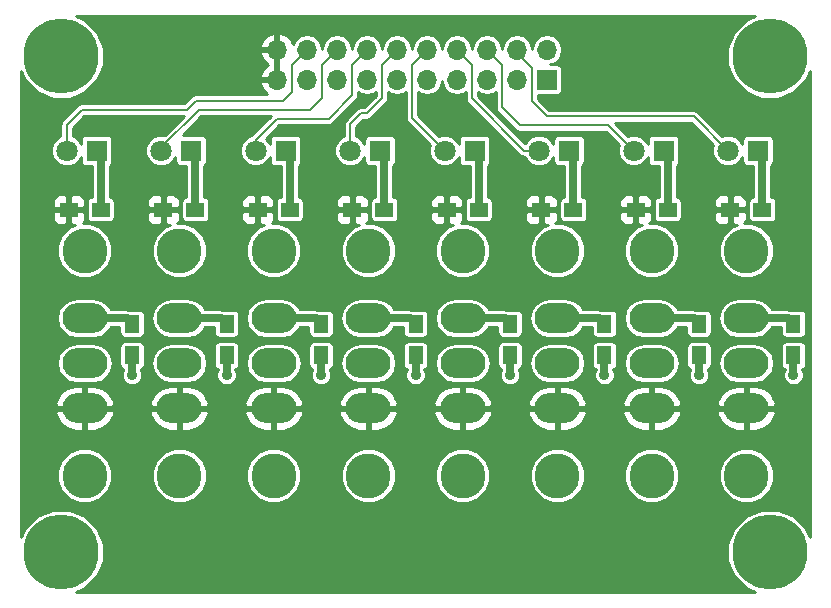
<source format=gbr>
G04 #@! TF.FileFunction,Copper,L2,Bot,Signal*
%FSLAX46Y46*%
G04 Gerber Fmt 4.6, Leading zero omitted, Abs format (unit mm)*
G04 Created by KiCad (PCBNEW (after 2015-mar-04 BZR unknown)-product) date 5/3/2017 9:33:33 AM*
%MOMM*%
G01*
G04 APERTURE LIST*
%ADD10C,0.150000*%
%ADD11R,1.300000X1.500000*%
%ADD12O,3.810000X2.540000*%
%ADD13C,3.810000*%
%ADD14R,1.800000X1.800000*%
%ADD15C,1.800000*%
%ADD16C,6.350000*%
%ADD17R,1.500000X1.300000*%
%ADD18R,1.700000X1.700000*%
%ADD19O,1.700000X1.700000*%
%ADD20C,0.889000*%
%ADD21C,0.635000*%
%ADD22C,0.203200*%
%ADD23C,0.254000*%
G04 APERTURE END LIST*
D10*
D11*
X76000000Y-36650000D03*
X76000000Y-39350000D03*
X68000000Y-36650000D03*
X68000000Y-39350000D03*
X60000000Y-36650000D03*
X60000000Y-39350000D03*
X52000000Y-36650000D03*
X52000000Y-39350000D03*
X44000000Y-36650000D03*
X44000000Y-39350000D03*
X36000000Y-36650000D03*
X36000000Y-39350000D03*
X28000000Y-36650000D03*
X28000000Y-39350000D03*
X20000000Y-36650000D03*
X20000000Y-39350000D03*
D12*
X72000000Y-43810000D03*
X72000000Y-40000000D03*
X72000000Y-36190000D03*
D13*
X72000000Y-49525000D03*
X72000000Y-30475000D03*
D12*
X64000000Y-43810000D03*
X64000000Y-40000000D03*
X64000000Y-36190000D03*
D13*
X64000000Y-49525000D03*
X64000000Y-30475000D03*
D12*
X56000000Y-43810000D03*
X56000000Y-40000000D03*
X56000000Y-36190000D03*
D13*
X56000000Y-49525000D03*
X56000000Y-30475000D03*
D12*
X48000000Y-43810000D03*
X48000000Y-40000000D03*
X48000000Y-36190000D03*
D13*
X48000000Y-49525000D03*
X48000000Y-30475000D03*
D12*
X40000000Y-43810000D03*
X40000000Y-40000000D03*
X40000000Y-36190000D03*
D13*
X40000000Y-49525000D03*
X40000000Y-30475000D03*
D12*
X32000000Y-43810000D03*
X32000000Y-40000000D03*
X32000000Y-36190000D03*
D13*
X32000000Y-49525000D03*
X32000000Y-30475000D03*
D12*
X24000000Y-43810000D03*
X24000000Y-40000000D03*
X24000000Y-36190000D03*
D13*
X24000000Y-49525000D03*
X24000000Y-30475000D03*
D12*
X16000000Y-43810000D03*
X16000000Y-40000000D03*
X16000000Y-36190000D03*
D13*
X16000000Y-49525000D03*
X16000000Y-30475000D03*
D14*
X73000000Y-22000000D03*
D15*
X70460000Y-22000000D03*
D14*
X65000000Y-22000000D03*
D15*
X62460000Y-22000000D03*
D14*
X57000000Y-22000000D03*
D15*
X54460000Y-22000000D03*
D14*
X49000000Y-22000000D03*
D15*
X46460000Y-22000000D03*
D14*
X41000000Y-22000000D03*
D15*
X38460000Y-22000000D03*
D14*
X33000000Y-22000000D03*
D15*
X30460000Y-22000000D03*
D14*
X25000000Y-22000000D03*
D15*
X22460000Y-22000000D03*
D14*
X17000000Y-22000000D03*
D15*
X14460000Y-22000000D03*
D16*
X74000000Y-56000000D03*
D17*
X70650000Y-27000000D03*
X73350000Y-27000000D03*
X62650000Y-27000000D03*
X65350000Y-27000000D03*
X54650000Y-27000000D03*
X57350000Y-27000000D03*
X46650000Y-27000000D03*
X49350000Y-27000000D03*
X38650000Y-27000000D03*
X41350000Y-27000000D03*
X30650000Y-27000000D03*
X33350000Y-27000000D03*
X22650000Y-27000000D03*
X25350000Y-27000000D03*
X14650000Y-27000000D03*
X17350000Y-27000000D03*
D18*
X55118000Y-16002000D03*
D19*
X55118000Y-13462000D03*
X52578000Y-16002000D03*
X52578000Y-13462000D03*
X50038000Y-16002000D03*
X50038000Y-13462000D03*
X47498000Y-16002000D03*
X47498000Y-13462000D03*
X44958000Y-16002000D03*
X44958000Y-13462000D03*
X42418000Y-16002000D03*
X42418000Y-13462000D03*
X39878000Y-16002000D03*
X39878000Y-13462000D03*
X37338000Y-16002000D03*
X37338000Y-13462000D03*
X34798000Y-16002000D03*
X34798000Y-13462000D03*
X32258000Y-16002000D03*
X32258000Y-13462000D03*
D16*
X74000000Y-14000000D03*
X14000000Y-14000000D03*
X14000000Y-56000000D03*
D20*
X20000000Y-41000000D03*
X28000000Y-41000000D03*
X36000000Y-41000000D03*
X44000000Y-41000000D03*
X52000000Y-41000000D03*
X60000000Y-41000000D03*
X68000000Y-41000000D03*
X76000000Y-41000000D03*
D21*
X20000000Y-39350000D02*
X20000000Y-41000000D01*
X28000000Y-39350000D02*
X28000000Y-41000000D01*
X36000000Y-39350000D02*
X36000000Y-41000000D01*
X44000000Y-39350000D02*
X44000000Y-41000000D01*
X52000000Y-39350000D02*
X52000000Y-41000000D01*
X60000000Y-39350000D02*
X60000000Y-41000000D01*
X68000000Y-39350000D02*
X68000000Y-41000000D01*
X76000000Y-39350000D02*
X76000000Y-41000000D01*
X75540000Y-36190000D02*
X76000000Y-36650000D01*
X72000000Y-36190000D02*
X75540000Y-36190000D01*
X67540000Y-36190000D02*
X68000000Y-36650000D01*
X64000000Y-36190000D02*
X67540000Y-36190000D01*
X59540000Y-36190000D02*
X60000000Y-36650000D01*
X56000000Y-36190000D02*
X59540000Y-36190000D01*
X51540000Y-36190000D02*
X52000000Y-36650000D01*
X48000000Y-36190000D02*
X51540000Y-36190000D01*
X43540000Y-36190000D02*
X44000000Y-36650000D01*
X40000000Y-36190000D02*
X43540000Y-36190000D01*
X35540000Y-36190000D02*
X36000000Y-36650000D01*
X32000000Y-36190000D02*
X35540000Y-36190000D01*
X27540000Y-36190000D02*
X28000000Y-36650000D01*
X24000000Y-36190000D02*
X27540000Y-36190000D01*
X19540000Y-36190000D02*
X20000000Y-36650000D01*
X16000000Y-36190000D02*
X19540000Y-36190000D01*
X73350000Y-22350000D02*
X73000000Y-22000000D01*
X73350000Y-27000000D02*
X73350000Y-22350000D01*
D22*
X67574000Y-19114000D02*
X70460000Y-22000000D01*
X55118000Y-19114000D02*
X67574000Y-19114000D01*
X53848000Y-17844000D02*
X55118000Y-19114000D01*
X53848000Y-15050000D02*
X53848000Y-17844000D01*
X52578000Y-13780000D02*
X53848000Y-15050000D01*
X52578000Y-13526000D02*
X52578000Y-13780000D01*
D21*
X65350000Y-22350000D02*
X65000000Y-22000000D01*
X65350000Y-27000000D02*
X65350000Y-22350000D01*
D22*
X60336000Y-19876000D02*
X62460000Y-22000000D01*
X51308000Y-14796000D02*
X51308000Y-18352000D01*
X51308000Y-18352000D02*
X52832000Y-19876000D01*
X52832000Y-19876000D02*
X60336000Y-19876000D01*
X50038000Y-13526000D02*
X51308000Y-14796000D01*
D21*
X57350000Y-22350000D02*
X57000000Y-22000000D01*
X57350000Y-27000000D02*
X57350000Y-22350000D01*
D22*
X48768000Y-14796000D02*
X48768000Y-17590000D01*
X48768000Y-17590000D02*
X53178000Y-22000000D01*
X53178000Y-22000000D02*
X54460000Y-22000000D01*
X47498000Y-13526000D02*
X48768000Y-14796000D01*
D21*
X49350000Y-22350000D02*
X49000000Y-22000000D01*
X49350000Y-27000000D02*
X49350000Y-22350000D01*
D22*
X43688000Y-14796000D02*
X43688000Y-19228000D01*
X43688000Y-19228000D02*
X46460000Y-22000000D01*
X44958000Y-13526000D02*
X43688000Y-14796000D01*
D21*
X41350000Y-22350000D02*
X41000000Y-22000000D01*
X41350000Y-27000000D02*
X41350000Y-22350000D01*
D22*
X41148000Y-14796000D02*
X41148000Y-17590000D01*
X41148000Y-17590000D02*
X39878000Y-18860000D01*
X39878000Y-18860000D02*
X39370000Y-18860000D01*
X39370000Y-18860000D02*
X38460000Y-19770000D01*
X38460000Y-19770000D02*
X38460000Y-22000000D01*
X42418000Y-13526000D02*
X41148000Y-14796000D01*
D21*
X33350000Y-22350000D02*
X33000000Y-22000000D01*
X33350000Y-27000000D02*
X33350000Y-22350000D01*
D22*
X30460000Y-22000000D02*
X30460000Y-21102000D01*
X30460000Y-21102000D02*
X32258000Y-19304000D01*
X36640000Y-19304000D02*
X38608000Y-17336000D01*
X32258000Y-19304000D02*
X36640000Y-19304000D01*
X38608000Y-17336000D02*
X38608000Y-14732000D01*
X38608000Y-14732000D02*
X39878000Y-13462000D01*
X38608000Y-14796000D02*
X38608000Y-17336000D01*
X39878000Y-13526000D02*
X38608000Y-14796000D01*
D23*
X25350000Y-22350000D02*
X25000000Y-22000000D01*
D21*
X25350000Y-22350000D02*
X25000000Y-22000000D01*
X25350000Y-27000000D02*
X25350000Y-22350000D01*
D22*
X22460000Y-22000000D02*
X22460000Y-21736000D01*
X22460000Y-21736000D02*
X25654000Y-18542000D01*
X36068000Y-14732000D02*
X37338000Y-13462000D01*
X36068000Y-17526000D02*
X36068000Y-14732000D01*
X35052000Y-18542000D02*
X36068000Y-17526000D01*
X25654000Y-18542000D02*
X35052000Y-18542000D01*
D23*
X17350000Y-22350000D02*
X17000000Y-22000000D01*
D21*
X17350000Y-22350000D02*
X17000000Y-22000000D01*
X17350000Y-27000000D02*
X17350000Y-22350000D01*
D22*
X19558000Y-18542000D02*
X24638000Y-18542000D01*
X33528000Y-14732000D02*
X34798000Y-13462000D01*
X33528000Y-17018000D02*
X33528000Y-14732000D01*
X32766000Y-17780000D02*
X33528000Y-17018000D01*
X25400000Y-17780000D02*
X32766000Y-17780000D01*
X24638000Y-18542000D02*
X25400000Y-17780000D01*
X34798000Y-13462000D02*
X34798000Y-12700000D01*
X14460000Y-22000000D02*
X14460000Y-19830000D01*
X15748000Y-18542000D02*
X19558000Y-18542000D01*
X14460000Y-19830000D02*
X15748000Y-18542000D01*
D23*
X32000000Y-40000000D02*
X31000000Y-40000000D01*
G36*
X77377700Y-54729735D02*
X77090259Y-54034074D01*
X77090259Y-40100000D01*
X77090259Y-38600000D01*
X77090259Y-37400000D01*
X77090259Y-35900000D01*
X77058315Y-35735356D01*
X76963258Y-35590649D01*
X76819755Y-35493784D01*
X76650000Y-35459741D01*
X75635725Y-35459741D01*
X75540000Y-35440700D01*
X74540259Y-35440700D01*
X74540259Y-27650000D01*
X74540259Y-26350000D01*
X74508315Y-26185356D01*
X74413258Y-26040649D01*
X74269755Y-25943784D01*
X74100000Y-25909741D01*
X74099300Y-25909741D01*
X74099300Y-23285549D01*
X74209351Y-23213258D01*
X74306216Y-23069755D01*
X74340259Y-22900000D01*
X74340259Y-21100000D01*
X74308315Y-20935356D01*
X74213258Y-20790649D01*
X74069755Y-20693784D01*
X73900000Y-20659741D01*
X72100000Y-20659741D01*
X71935356Y-20691685D01*
X71790649Y-20786742D01*
X71693784Y-20930245D01*
X71659741Y-21100000D01*
X71659741Y-21416083D01*
X71589704Y-21246581D01*
X71215389Y-20871613D01*
X70726074Y-20668431D01*
X70196251Y-20667969D01*
X69974101Y-20759759D01*
X67951171Y-18736829D01*
X67778123Y-18621203D01*
X67574000Y-18580600D01*
X55338942Y-18580600D01*
X54381400Y-17623058D01*
X54381400Y-17292259D01*
X55968000Y-17292259D01*
X56132644Y-17260315D01*
X56277351Y-17165258D01*
X56374216Y-17021755D01*
X56408259Y-16852000D01*
X56408259Y-15152000D01*
X56376315Y-14987356D01*
X56281258Y-14842649D01*
X56137755Y-14745784D01*
X55968000Y-14711741D01*
X55405418Y-14711741D01*
X55608524Y-14671341D01*
X56024369Y-14393481D01*
X56302229Y-13977636D01*
X56399800Y-13487112D01*
X56399800Y-13436888D01*
X56302229Y-12946364D01*
X56024369Y-12530519D01*
X55608524Y-12252659D01*
X55118000Y-12155088D01*
X54627476Y-12252659D01*
X54211631Y-12530519D01*
X53933771Y-12946364D01*
X53848000Y-13377565D01*
X53762229Y-12946364D01*
X53484369Y-12530519D01*
X53068524Y-12252659D01*
X52578000Y-12155088D01*
X52087476Y-12252659D01*
X51671631Y-12530519D01*
X51393771Y-12946364D01*
X51308000Y-13377565D01*
X51222229Y-12946364D01*
X50944369Y-12530519D01*
X50528524Y-12252659D01*
X50038000Y-12155088D01*
X49547476Y-12252659D01*
X49131631Y-12530519D01*
X48853771Y-12946364D01*
X48768000Y-13377565D01*
X48682229Y-12946364D01*
X48404369Y-12530519D01*
X47988524Y-12252659D01*
X47498000Y-12155088D01*
X47007476Y-12252659D01*
X46591631Y-12530519D01*
X46313771Y-12946364D01*
X46228000Y-13377565D01*
X46142229Y-12946364D01*
X45864369Y-12530519D01*
X45448524Y-12252659D01*
X44958000Y-12155088D01*
X44467476Y-12252659D01*
X44051631Y-12530519D01*
X43773771Y-12946364D01*
X43688000Y-13377565D01*
X43602229Y-12946364D01*
X43324369Y-12530519D01*
X42908524Y-12252659D01*
X42418000Y-12155088D01*
X41927476Y-12252659D01*
X41511631Y-12530519D01*
X41233771Y-12946364D01*
X41148000Y-13377565D01*
X41062229Y-12946364D01*
X40784369Y-12530519D01*
X40368524Y-12252659D01*
X39878000Y-12155088D01*
X39387476Y-12252659D01*
X38971631Y-12530519D01*
X38693771Y-12946364D01*
X38608000Y-13377565D01*
X38522229Y-12946364D01*
X38244369Y-12530519D01*
X37828524Y-12252659D01*
X37338000Y-12155088D01*
X36847476Y-12252659D01*
X36431631Y-12530519D01*
X36153771Y-12946364D01*
X36068000Y-13377565D01*
X35982229Y-12946364D01*
X35704369Y-12530519D01*
X35288524Y-12252659D01*
X34798000Y-12155088D01*
X34307476Y-12252659D01*
X33891631Y-12530519D01*
X33620327Y-12936551D01*
X33453183Y-12580642D01*
X33024924Y-12190355D01*
X32614890Y-12020524D01*
X32385000Y-12141845D01*
X32385000Y-13335000D01*
X32405000Y-13335000D01*
X32405000Y-13589000D01*
X32385000Y-13589000D01*
X32385000Y-14681845D01*
X32385000Y-14782155D01*
X32385000Y-15875000D01*
X32405000Y-15875000D01*
X32405000Y-16129000D01*
X32385000Y-16129000D01*
X32385000Y-16149000D01*
X32131000Y-16149000D01*
X32131000Y-16129000D01*
X32131000Y-15875000D01*
X32131000Y-14782155D01*
X32131000Y-14681845D01*
X32131000Y-13589000D01*
X32131000Y-13335000D01*
X32131000Y-12141845D01*
X31901110Y-12020524D01*
X31491076Y-12190355D01*
X31062817Y-12580642D01*
X30816514Y-13105108D01*
X30937181Y-13335000D01*
X32131000Y-13335000D01*
X32131000Y-13589000D01*
X30937181Y-13589000D01*
X30816514Y-13818892D01*
X31062817Y-14343358D01*
X31489270Y-14732000D01*
X31062817Y-15120642D01*
X30816514Y-15645108D01*
X30937181Y-15875000D01*
X32131000Y-15875000D01*
X32131000Y-16129000D01*
X30937181Y-16129000D01*
X30816514Y-16358892D01*
X31062817Y-16883358D01*
X31461399Y-17246600D01*
X25400005Y-17246600D01*
X25400000Y-17246599D01*
X25195877Y-17287203D01*
X25022829Y-17402829D01*
X24417058Y-18008600D01*
X19558000Y-18008600D01*
X15748000Y-18008600D01*
X15543877Y-18049203D01*
X15370829Y-18164829D01*
X14082829Y-19452829D01*
X13967203Y-19625877D01*
X13926600Y-19830000D01*
X13926600Y-20779386D01*
X13706581Y-20870296D01*
X13331613Y-21244611D01*
X13128431Y-21733926D01*
X13127969Y-22263749D01*
X13330296Y-22753419D01*
X13704611Y-23128387D01*
X14193926Y-23331569D01*
X14723749Y-23332031D01*
X15213419Y-23129704D01*
X15588387Y-22755389D01*
X15659741Y-22583550D01*
X15659741Y-22900000D01*
X15691685Y-23064644D01*
X15786742Y-23209351D01*
X15930245Y-23306216D01*
X16100000Y-23340259D01*
X16600700Y-23340259D01*
X16600700Y-25909741D01*
X16600000Y-25909741D01*
X16435356Y-25941685D01*
X16290649Y-26036742D01*
X16193784Y-26180245D01*
X16159741Y-26350000D01*
X16159741Y-27650000D01*
X16191685Y-27814644D01*
X16286742Y-27959351D01*
X16430245Y-28056216D01*
X16600000Y-28090259D01*
X18100000Y-28090259D01*
X18264644Y-28058315D01*
X18409351Y-27963258D01*
X18506216Y-27819755D01*
X18540259Y-27650000D01*
X18540259Y-26350000D01*
X18508315Y-26185356D01*
X18413258Y-26040649D01*
X18269755Y-25943784D01*
X18100000Y-25909741D01*
X18099300Y-25909741D01*
X18099300Y-23285549D01*
X18209351Y-23213258D01*
X18306216Y-23069755D01*
X18340259Y-22900000D01*
X18340259Y-21100000D01*
X18308315Y-20935356D01*
X18213258Y-20790649D01*
X18069755Y-20693784D01*
X17900000Y-20659741D01*
X16100000Y-20659741D01*
X15935356Y-20691685D01*
X15790649Y-20786742D01*
X15693784Y-20930245D01*
X15659741Y-21100000D01*
X15659741Y-21416083D01*
X15589704Y-21246581D01*
X15215389Y-20871613D01*
X14993400Y-20779434D01*
X14993400Y-20050942D01*
X15968942Y-19075400D01*
X19558000Y-19075400D01*
X24366258Y-19075400D01*
X22759392Y-20682265D01*
X22726074Y-20668431D01*
X22196251Y-20667969D01*
X21706581Y-20870296D01*
X21331613Y-21244611D01*
X21128431Y-21733926D01*
X21127969Y-22263749D01*
X21330296Y-22753419D01*
X21704611Y-23128387D01*
X22193926Y-23331569D01*
X22723749Y-23332031D01*
X23213419Y-23129704D01*
X23588387Y-22755389D01*
X23659741Y-22583550D01*
X23659741Y-22900000D01*
X23691685Y-23064644D01*
X23786742Y-23209351D01*
X23930245Y-23306216D01*
X24100000Y-23340259D01*
X24600700Y-23340259D01*
X24600700Y-25909741D01*
X24600000Y-25909741D01*
X24435356Y-25941685D01*
X24290649Y-26036742D01*
X24193784Y-26180245D01*
X24159741Y-26350000D01*
X24159741Y-27650000D01*
X24191685Y-27814644D01*
X24286742Y-27959351D01*
X24430245Y-28056216D01*
X24600000Y-28090259D01*
X26100000Y-28090259D01*
X26264644Y-28058315D01*
X26409351Y-27963258D01*
X26506216Y-27819755D01*
X26540259Y-27650000D01*
X26540259Y-26350000D01*
X26508315Y-26185356D01*
X26413258Y-26040649D01*
X26269755Y-25943784D01*
X26100000Y-25909741D01*
X26099300Y-25909741D01*
X26099300Y-23285549D01*
X26209351Y-23213258D01*
X26306216Y-23069755D01*
X26340259Y-22900000D01*
X26340259Y-21100000D01*
X26308315Y-20935356D01*
X26213258Y-20790649D01*
X26069755Y-20693784D01*
X25900000Y-20659741D01*
X24290601Y-20659741D01*
X25874942Y-19075400D01*
X31732258Y-19075400D01*
X30099861Y-20707796D01*
X29706581Y-20870296D01*
X29331613Y-21244611D01*
X29128431Y-21733926D01*
X29127969Y-22263749D01*
X29330296Y-22753419D01*
X29704611Y-23128387D01*
X30193926Y-23331569D01*
X30723749Y-23332031D01*
X31213419Y-23129704D01*
X31588387Y-22755389D01*
X31659741Y-22583550D01*
X31659741Y-22900000D01*
X31691685Y-23064644D01*
X31786742Y-23209351D01*
X31930245Y-23306216D01*
X32100000Y-23340259D01*
X32600700Y-23340259D01*
X32600700Y-25909741D01*
X32600000Y-25909741D01*
X32435356Y-25941685D01*
X32290649Y-26036742D01*
X32193784Y-26180245D01*
X32159741Y-26350000D01*
X32159741Y-27650000D01*
X32191685Y-27814644D01*
X32286742Y-27959351D01*
X32430245Y-28056216D01*
X32600000Y-28090259D01*
X34100000Y-28090259D01*
X34264644Y-28058315D01*
X34409351Y-27963258D01*
X34506216Y-27819755D01*
X34540259Y-27650000D01*
X34540259Y-26350000D01*
X34508315Y-26185356D01*
X34413258Y-26040649D01*
X34269755Y-25943784D01*
X34100000Y-25909741D01*
X34099300Y-25909741D01*
X34099300Y-23285549D01*
X34209351Y-23213258D01*
X34306216Y-23069755D01*
X34340259Y-22900000D01*
X34340259Y-21100000D01*
X34308315Y-20935356D01*
X34213258Y-20790649D01*
X34069755Y-20693784D01*
X33900000Y-20659741D01*
X32100000Y-20659741D01*
X31935356Y-20691685D01*
X31790649Y-20786742D01*
X31693784Y-20930245D01*
X31659741Y-21100000D01*
X31659741Y-21416083D01*
X31589704Y-21246581D01*
X31329959Y-20986382D01*
X32478942Y-19837400D01*
X36640000Y-19837400D01*
X36844123Y-19796797D01*
X37017171Y-19681171D01*
X38985171Y-17713171D01*
X39100797Y-17540124D01*
X39100797Y-17540123D01*
X39141400Y-17336000D01*
X39141400Y-17046917D01*
X39387476Y-17211341D01*
X39878000Y-17308912D01*
X40368524Y-17211341D01*
X40614600Y-17046917D01*
X40614600Y-17369058D01*
X39657058Y-18326600D01*
X39370000Y-18326600D01*
X39165876Y-18367203D01*
X38992829Y-18482829D01*
X38082829Y-19392829D01*
X37967203Y-19565877D01*
X37926600Y-19770000D01*
X37926600Y-20779386D01*
X37706581Y-20870296D01*
X37331613Y-21244611D01*
X37128431Y-21733926D01*
X37127969Y-22263749D01*
X37330296Y-22753419D01*
X37704611Y-23128387D01*
X38193926Y-23331569D01*
X38723749Y-23332031D01*
X39213419Y-23129704D01*
X39588387Y-22755389D01*
X39659741Y-22583550D01*
X39659741Y-22900000D01*
X39691685Y-23064644D01*
X39786742Y-23209351D01*
X39930245Y-23306216D01*
X40100000Y-23340259D01*
X40600700Y-23340259D01*
X40600700Y-25909741D01*
X40600000Y-25909741D01*
X40435356Y-25941685D01*
X40290649Y-26036742D01*
X40193784Y-26180245D01*
X40159741Y-26350000D01*
X40159741Y-27650000D01*
X40191685Y-27814644D01*
X40286742Y-27959351D01*
X40430245Y-28056216D01*
X40600000Y-28090259D01*
X42100000Y-28090259D01*
X42264644Y-28058315D01*
X42409351Y-27963258D01*
X42506216Y-27819755D01*
X42540259Y-27650000D01*
X42540259Y-26350000D01*
X42508315Y-26185356D01*
X42413258Y-26040649D01*
X42269755Y-25943784D01*
X42100000Y-25909741D01*
X42099300Y-25909741D01*
X42099300Y-23285549D01*
X42209351Y-23213258D01*
X42306216Y-23069755D01*
X42340259Y-22900000D01*
X42340259Y-21100000D01*
X42308315Y-20935356D01*
X42213258Y-20790649D01*
X42069755Y-20693784D01*
X41900000Y-20659741D01*
X40100000Y-20659741D01*
X39935356Y-20691685D01*
X39790649Y-20786742D01*
X39693784Y-20930245D01*
X39659741Y-21100000D01*
X39659741Y-21416083D01*
X39589704Y-21246581D01*
X39215389Y-20871613D01*
X38993400Y-20779434D01*
X38993400Y-19990942D01*
X39590942Y-19393400D01*
X39878000Y-19393400D01*
X40082123Y-19352797D01*
X40255171Y-19237171D01*
X41525171Y-17967171D01*
X41640797Y-17794124D01*
X41640797Y-17794123D01*
X41681400Y-17590000D01*
X41681400Y-17046917D01*
X41927476Y-17211341D01*
X42418000Y-17308912D01*
X42908524Y-17211341D01*
X43154600Y-17046917D01*
X43154600Y-19228000D01*
X43195203Y-19432123D01*
X43310829Y-19605171D01*
X45219724Y-21514066D01*
X45128431Y-21733926D01*
X45127969Y-22263749D01*
X45330296Y-22753419D01*
X45704611Y-23128387D01*
X46193926Y-23331569D01*
X46723749Y-23332031D01*
X47213419Y-23129704D01*
X47588387Y-22755389D01*
X47659741Y-22583550D01*
X47659741Y-22900000D01*
X47691685Y-23064644D01*
X47786742Y-23209351D01*
X47930245Y-23306216D01*
X48100000Y-23340259D01*
X48600700Y-23340259D01*
X48600700Y-25909741D01*
X48600000Y-25909741D01*
X48435356Y-25941685D01*
X48290649Y-26036742D01*
X48193784Y-26180245D01*
X48159741Y-26350000D01*
X48159741Y-27650000D01*
X48191685Y-27814644D01*
X48286742Y-27959351D01*
X48430245Y-28056216D01*
X48600000Y-28090259D01*
X50100000Y-28090259D01*
X50264644Y-28058315D01*
X50409351Y-27963258D01*
X50506216Y-27819755D01*
X50540259Y-27650000D01*
X50540259Y-26350000D01*
X50508315Y-26185356D01*
X50413258Y-26040649D01*
X50269755Y-25943784D01*
X50100000Y-25909741D01*
X50099300Y-25909741D01*
X50099300Y-23285549D01*
X50209351Y-23213258D01*
X50306216Y-23069755D01*
X50340259Y-22900000D01*
X50340259Y-21100000D01*
X50308315Y-20935356D01*
X50213258Y-20790649D01*
X50069755Y-20693784D01*
X49900000Y-20659741D01*
X48100000Y-20659741D01*
X47935356Y-20691685D01*
X47790649Y-20786742D01*
X47693784Y-20930245D01*
X47659741Y-21100000D01*
X47659741Y-21416083D01*
X47589704Y-21246581D01*
X47215389Y-20871613D01*
X46726074Y-20668431D01*
X46196251Y-20667969D01*
X45974101Y-20759759D01*
X44221400Y-19007058D01*
X44221400Y-17046917D01*
X44467476Y-17211341D01*
X44958000Y-17308912D01*
X45448524Y-17211341D01*
X45864369Y-16933481D01*
X46142229Y-16517636D01*
X46228000Y-16086434D01*
X46313771Y-16517636D01*
X46591631Y-16933481D01*
X47007476Y-17211341D01*
X47498000Y-17308912D01*
X47988524Y-17211341D01*
X48234600Y-17046917D01*
X48234600Y-17590000D01*
X48275203Y-17794123D01*
X48390829Y-17967171D01*
X52800829Y-22377171D01*
X52973877Y-22492797D01*
X53178000Y-22533400D01*
X53239386Y-22533400D01*
X53330296Y-22753419D01*
X53704611Y-23128387D01*
X54193926Y-23331569D01*
X54723749Y-23332031D01*
X55213419Y-23129704D01*
X55588387Y-22755389D01*
X55659741Y-22583550D01*
X55659741Y-22900000D01*
X55691685Y-23064644D01*
X55786742Y-23209351D01*
X55930245Y-23306216D01*
X56100000Y-23340259D01*
X56600700Y-23340259D01*
X56600700Y-25909741D01*
X56600000Y-25909741D01*
X56435356Y-25941685D01*
X56290649Y-26036742D01*
X56193784Y-26180245D01*
X56159741Y-26350000D01*
X56159741Y-27650000D01*
X56191685Y-27814644D01*
X56286742Y-27959351D01*
X56430245Y-28056216D01*
X56600000Y-28090259D01*
X58100000Y-28090259D01*
X58264644Y-28058315D01*
X58409351Y-27963258D01*
X58506216Y-27819755D01*
X58540259Y-27650000D01*
X58540259Y-26350000D01*
X58508315Y-26185356D01*
X58413258Y-26040649D01*
X58269755Y-25943784D01*
X58100000Y-25909741D01*
X58099300Y-25909741D01*
X58099300Y-23285549D01*
X58209351Y-23213258D01*
X58306216Y-23069755D01*
X58340259Y-22900000D01*
X58340259Y-21100000D01*
X58308315Y-20935356D01*
X58213258Y-20790649D01*
X58069755Y-20693784D01*
X57900000Y-20659741D01*
X56100000Y-20659741D01*
X55935356Y-20691685D01*
X55790649Y-20786742D01*
X55693784Y-20930245D01*
X55659741Y-21100000D01*
X55659741Y-21416083D01*
X55589704Y-21246581D01*
X55215389Y-20871613D01*
X54726074Y-20668431D01*
X54196251Y-20667969D01*
X53706581Y-20870296D01*
X53331613Y-21244611D01*
X53286235Y-21353893D01*
X49301400Y-17369058D01*
X49301400Y-17046917D01*
X49547476Y-17211341D01*
X50038000Y-17308912D01*
X50528524Y-17211341D01*
X50774600Y-17046917D01*
X50774600Y-18352000D01*
X50815203Y-18556123D01*
X50930829Y-18729171D01*
X52454826Y-20253167D01*
X52454829Y-20253171D01*
X52558563Y-20322483D01*
X52627876Y-20368797D01*
X52627877Y-20368797D01*
X52832000Y-20409400D01*
X60115058Y-20409400D01*
X61219724Y-21514066D01*
X61128431Y-21733926D01*
X61127969Y-22263749D01*
X61330296Y-22753419D01*
X61704611Y-23128387D01*
X62193926Y-23331569D01*
X62723749Y-23332031D01*
X63213419Y-23129704D01*
X63588387Y-22755389D01*
X63659741Y-22583550D01*
X63659741Y-22900000D01*
X63691685Y-23064644D01*
X63786742Y-23209351D01*
X63930245Y-23306216D01*
X64100000Y-23340259D01*
X64600700Y-23340259D01*
X64600700Y-25909741D01*
X64600000Y-25909741D01*
X64435356Y-25941685D01*
X64290649Y-26036742D01*
X64193784Y-26180245D01*
X64159741Y-26350000D01*
X64159741Y-27650000D01*
X64191685Y-27814644D01*
X64286742Y-27959351D01*
X64430245Y-28056216D01*
X64600000Y-28090259D01*
X66100000Y-28090259D01*
X66264644Y-28058315D01*
X66409351Y-27963258D01*
X66506216Y-27819755D01*
X66540259Y-27650000D01*
X66540259Y-26350000D01*
X66508315Y-26185356D01*
X66413258Y-26040649D01*
X66269755Y-25943784D01*
X66100000Y-25909741D01*
X66099300Y-25909741D01*
X66099300Y-23285549D01*
X66209351Y-23213258D01*
X66306216Y-23069755D01*
X66340259Y-22900000D01*
X66340259Y-21100000D01*
X66308315Y-20935356D01*
X66213258Y-20790649D01*
X66069755Y-20693784D01*
X65900000Y-20659741D01*
X64100000Y-20659741D01*
X63935356Y-20691685D01*
X63790649Y-20786742D01*
X63693784Y-20930245D01*
X63659741Y-21100000D01*
X63659741Y-21416083D01*
X63589704Y-21246581D01*
X63215389Y-20871613D01*
X62726074Y-20668431D01*
X62196251Y-20667969D01*
X61974100Y-20759759D01*
X60861741Y-19647400D01*
X67353058Y-19647400D01*
X69219724Y-21514066D01*
X69128431Y-21733926D01*
X69127969Y-22263749D01*
X69330296Y-22753419D01*
X69704611Y-23128387D01*
X70193926Y-23331569D01*
X70723749Y-23332031D01*
X71213419Y-23129704D01*
X71588387Y-22755389D01*
X71659741Y-22583550D01*
X71659741Y-22900000D01*
X71691685Y-23064644D01*
X71786742Y-23209351D01*
X71930245Y-23306216D01*
X72100000Y-23340259D01*
X72600700Y-23340259D01*
X72600700Y-25909741D01*
X72600000Y-25909741D01*
X72435356Y-25941685D01*
X72290649Y-26036742D01*
X72193784Y-26180245D01*
X72159741Y-26350000D01*
X72159741Y-27650000D01*
X72191685Y-27814644D01*
X72286742Y-27959351D01*
X72430245Y-28056216D01*
X72600000Y-28090259D01*
X74100000Y-28090259D01*
X74264644Y-28058315D01*
X74409351Y-27963258D01*
X74506216Y-27819755D01*
X74540259Y-27650000D01*
X74540259Y-35440700D01*
X74337205Y-35440700D01*
X74337205Y-30012221D01*
X73982198Y-29153038D01*
X73325419Y-28495112D01*
X72466858Y-28138606D01*
X71809992Y-28138032D01*
X71938327Y-28009699D01*
X72035000Y-27776310D01*
X72035000Y-27523691D01*
X72035000Y-27285750D01*
X72035000Y-26714250D01*
X72035000Y-26476309D01*
X72035000Y-26223690D01*
X71938327Y-25990301D01*
X71759698Y-25811673D01*
X71526309Y-25715000D01*
X70935750Y-25715000D01*
X70777000Y-25873750D01*
X70777000Y-26873000D01*
X71876250Y-26873000D01*
X72035000Y-26714250D01*
X72035000Y-27285750D01*
X71876250Y-27127000D01*
X70777000Y-27127000D01*
X70777000Y-28126250D01*
X70935750Y-28285000D01*
X71180957Y-28285000D01*
X70678038Y-28492802D01*
X70523000Y-28647569D01*
X70523000Y-28126250D01*
X70523000Y-27127000D01*
X70523000Y-26873000D01*
X70523000Y-25873750D01*
X70364250Y-25715000D01*
X69773691Y-25715000D01*
X69540302Y-25811673D01*
X69361673Y-25990301D01*
X69265000Y-26223690D01*
X69265000Y-26476309D01*
X69265000Y-26714250D01*
X69423750Y-26873000D01*
X70523000Y-26873000D01*
X70523000Y-27127000D01*
X69423750Y-27127000D01*
X69265000Y-27285750D01*
X69265000Y-27523691D01*
X69265000Y-27776310D01*
X69361673Y-28009699D01*
X69540302Y-28188327D01*
X69773691Y-28285000D01*
X70364250Y-28285000D01*
X70523000Y-28126250D01*
X70523000Y-28647569D01*
X70020112Y-29149581D01*
X69663606Y-30008142D01*
X69662795Y-30937779D01*
X70017802Y-31796962D01*
X70674581Y-32454888D01*
X71533142Y-32811394D01*
X72462779Y-32812205D01*
X73321962Y-32457198D01*
X73979888Y-31800419D01*
X74336394Y-30941858D01*
X74337205Y-30012221D01*
X74337205Y-35440700D01*
X74187524Y-35440700D01*
X73884135Y-34986646D01*
X73332032Y-34617742D01*
X72680781Y-34488200D01*
X71319219Y-34488200D01*
X70667968Y-34617742D01*
X70115865Y-34986646D01*
X69746961Y-35538749D01*
X69617419Y-36190000D01*
X69746961Y-36841251D01*
X70115865Y-37393354D01*
X70667968Y-37762258D01*
X71319219Y-37891800D01*
X72680781Y-37891800D01*
X73332032Y-37762258D01*
X73884135Y-37393354D01*
X74187524Y-36939300D01*
X74909741Y-36939300D01*
X74909741Y-37400000D01*
X74941685Y-37564644D01*
X75036742Y-37709351D01*
X75180245Y-37806216D01*
X75350000Y-37840259D01*
X76650000Y-37840259D01*
X76814644Y-37808315D01*
X76959351Y-37713258D01*
X77056216Y-37569755D01*
X77090259Y-37400000D01*
X77090259Y-38600000D01*
X77058315Y-38435356D01*
X76963258Y-38290649D01*
X76819755Y-38193784D01*
X76650000Y-38159741D01*
X75350000Y-38159741D01*
X75185356Y-38191685D01*
X75040649Y-38286742D01*
X74943784Y-38430245D01*
X74909741Y-38600000D01*
X74909741Y-40100000D01*
X74941685Y-40264644D01*
X75036742Y-40409351D01*
X75180245Y-40506216D01*
X75250355Y-40520276D01*
X75123852Y-40824928D01*
X75123548Y-41173542D01*
X75256676Y-41495736D01*
X75502968Y-41742458D01*
X75824928Y-41876148D01*
X76173542Y-41876452D01*
X76495736Y-41743324D01*
X76742458Y-41497032D01*
X76876148Y-41175072D01*
X76876452Y-40826458D01*
X76750166Y-40520824D01*
X76814644Y-40508315D01*
X76959351Y-40413258D01*
X77056216Y-40269755D01*
X77090259Y-40100000D01*
X77090259Y-54034074D01*
X77059479Y-53959581D01*
X76045755Y-52944087D01*
X74720584Y-52393828D01*
X74492493Y-52393628D01*
X74492493Y-44232781D01*
X74492493Y-43387219D01*
X74443591Y-43198321D01*
X74382581Y-43092374D01*
X74382581Y-40000000D01*
X74253039Y-39348749D01*
X73884135Y-38796646D01*
X73332032Y-38427742D01*
X72680781Y-38298200D01*
X71319219Y-38298200D01*
X70667968Y-38427742D01*
X70115865Y-38796646D01*
X69746961Y-39348749D01*
X69617419Y-40000000D01*
X69746961Y-40651251D01*
X70115865Y-41203354D01*
X70667968Y-41572258D01*
X71319219Y-41701800D01*
X72680781Y-41701800D01*
X73332032Y-41572258D01*
X73884135Y-41203354D01*
X74253039Y-40651251D01*
X74382581Y-40000000D01*
X74382581Y-43092374D01*
X74071841Y-42552764D01*
X73481345Y-42098610D01*
X72762000Y-41905000D01*
X72127000Y-41905000D01*
X72127000Y-43683000D01*
X74376626Y-43683000D01*
X74492493Y-43387219D01*
X74492493Y-44232781D01*
X74376626Y-43937000D01*
X72127000Y-43937000D01*
X72127000Y-45715000D01*
X72762000Y-45715000D01*
X73481345Y-45521390D01*
X74071841Y-45067236D01*
X74443591Y-44421679D01*
X74492493Y-44232781D01*
X74492493Y-52393628D01*
X74337205Y-52393493D01*
X74337205Y-49062221D01*
X73982198Y-48203038D01*
X73325419Y-47545112D01*
X72466858Y-47188606D01*
X71873000Y-47188087D01*
X71873000Y-45715000D01*
X71873000Y-43937000D01*
X71873000Y-43683000D01*
X71873000Y-41905000D01*
X71238000Y-41905000D01*
X70518655Y-42098610D01*
X69928159Y-42552764D01*
X69556409Y-43198321D01*
X69507507Y-43387219D01*
X69623374Y-43683000D01*
X71873000Y-43683000D01*
X71873000Y-43937000D01*
X69623374Y-43937000D01*
X69507507Y-44232781D01*
X69556409Y-44421679D01*
X69928159Y-45067236D01*
X70518655Y-45521390D01*
X71238000Y-45715000D01*
X71873000Y-45715000D01*
X71873000Y-47188087D01*
X71537221Y-47187795D01*
X70678038Y-47542802D01*
X70020112Y-48199581D01*
X69663606Y-49058142D01*
X69662795Y-49987779D01*
X70017802Y-50846962D01*
X70674581Y-51504888D01*
X71533142Y-51861394D01*
X72462779Y-51862205D01*
X73321962Y-51507198D01*
X73979888Y-50850419D01*
X74336394Y-49991858D01*
X74337205Y-49062221D01*
X74337205Y-52393493D01*
X73285711Y-52392576D01*
X71959581Y-52940521D01*
X70944087Y-53954245D01*
X70393828Y-55279416D01*
X70392576Y-56714289D01*
X70940521Y-58040419D01*
X71954245Y-59055913D01*
X72729194Y-59377700D01*
X69090259Y-59377700D01*
X69090259Y-40100000D01*
X69090259Y-38600000D01*
X69090259Y-37400000D01*
X69090259Y-35900000D01*
X69058315Y-35735356D01*
X68963258Y-35590649D01*
X68819755Y-35493784D01*
X68650000Y-35459741D01*
X67635725Y-35459741D01*
X67540000Y-35440700D01*
X66337205Y-35440700D01*
X66337205Y-30012221D01*
X65982198Y-29153038D01*
X65325419Y-28495112D01*
X64466858Y-28138606D01*
X63809992Y-28138032D01*
X63938327Y-28009699D01*
X64035000Y-27776310D01*
X64035000Y-27523691D01*
X64035000Y-27285750D01*
X64035000Y-26714250D01*
X64035000Y-26476309D01*
X64035000Y-26223690D01*
X63938327Y-25990301D01*
X63759698Y-25811673D01*
X63526309Y-25715000D01*
X62935750Y-25715000D01*
X62777000Y-25873750D01*
X62777000Y-26873000D01*
X63876250Y-26873000D01*
X64035000Y-26714250D01*
X64035000Y-27285750D01*
X63876250Y-27127000D01*
X62777000Y-27127000D01*
X62777000Y-28126250D01*
X62935750Y-28285000D01*
X63180957Y-28285000D01*
X62678038Y-28492802D01*
X62523000Y-28647569D01*
X62523000Y-28126250D01*
X62523000Y-27127000D01*
X62523000Y-26873000D01*
X62523000Y-25873750D01*
X62364250Y-25715000D01*
X61773691Y-25715000D01*
X61540302Y-25811673D01*
X61361673Y-25990301D01*
X61265000Y-26223690D01*
X61265000Y-26476309D01*
X61265000Y-26714250D01*
X61423750Y-26873000D01*
X62523000Y-26873000D01*
X62523000Y-27127000D01*
X61423750Y-27127000D01*
X61265000Y-27285750D01*
X61265000Y-27523691D01*
X61265000Y-27776310D01*
X61361673Y-28009699D01*
X61540302Y-28188327D01*
X61773691Y-28285000D01*
X62364250Y-28285000D01*
X62523000Y-28126250D01*
X62523000Y-28647569D01*
X62020112Y-29149581D01*
X61663606Y-30008142D01*
X61662795Y-30937779D01*
X62017802Y-31796962D01*
X62674581Y-32454888D01*
X63533142Y-32811394D01*
X64462779Y-32812205D01*
X65321962Y-32457198D01*
X65979888Y-31800419D01*
X66336394Y-30941858D01*
X66337205Y-30012221D01*
X66337205Y-35440700D01*
X66187524Y-35440700D01*
X65884135Y-34986646D01*
X65332032Y-34617742D01*
X64680781Y-34488200D01*
X63319219Y-34488200D01*
X62667968Y-34617742D01*
X62115865Y-34986646D01*
X61746961Y-35538749D01*
X61617419Y-36190000D01*
X61746961Y-36841251D01*
X62115865Y-37393354D01*
X62667968Y-37762258D01*
X63319219Y-37891800D01*
X64680781Y-37891800D01*
X65332032Y-37762258D01*
X65884135Y-37393354D01*
X66187524Y-36939300D01*
X66909741Y-36939300D01*
X66909741Y-37400000D01*
X66941685Y-37564644D01*
X67036742Y-37709351D01*
X67180245Y-37806216D01*
X67350000Y-37840259D01*
X68650000Y-37840259D01*
X68814644Y-37808315D01*
X68959351Y-37713258D01*
X69056216Y-37569755D01*
X69090259Y-37400000D01*
X69090259Y-38600000D01*
X69058315Y-38435356D01*
X68963258Y-38290649D01*
X68819755Y-38193784D01*
X68650000Y-38159741D01*
X67350000Y-38159741D01*
X67185356Y-38191685D01*
X67040649Y-38286742D01*
X66943784Y-38430245D01*
X66909741Y-38600000D01*
X66909741Y-40100000D01*
X66941685Y-40264644D01*
X67036742Y-40409351D01*
X67180245Y-40506216D01*
X67250355Y-40520276D01*
X67123852Y-40824928D01*
X67123548Y-41173542D01*
X67256676Y-41495736D01*
X67502968Y-41742458D01*
X67824928Y-41876148D01*
X68173542Y-41876452D01*
X68495736Y-41743324D01*
X68742458Y-41497032D01*
X68876148Y-41175072D01*
X68876452Y-40826458D01*
X68750166Y-40520824D01*
X68814644Y-40508315D01*
X68959351Y-40413258D01*
X69056216Y-40269755D01*
X69090259Y-40100000D01*
X69090259Y-59377700D01*
X66492493Y-59377700D01*
X66492493Y-44232781D01*
X66492493Y-43387219D01*
X66443591Y-43198321D01*
X66382581Y-43092374D01*
X66382581Y-40000000D01*
X66253039Y-39348749D01*
X65884135Y-38796646D01*
X65332032Y-38427742D01*
X64680781Y-38298200D01*
X63319219Y-38298200D01*
X62667968Y-38427742D01*
X62115865Y-38796646D01*
X61746961Y-39348749D01*
X61617419Y-40000000D01*
X61746961Y-40651251D01*
X62115865Y-41203354D01*
X62667968Y-41572258D01*
X63319219Y-41701800D01*
X64680781Y-41701800D01*
X65332032Y-41572258D01*
X65884135Y-41203354D01*
X66253039Y-40651251D01*
X66382581Y-40000000D01*
X66382581Y-43092374D01*
X66071841Y-42552764D01*
X65481345Y-42098610D01*
X64762000Y-41905000D01*
X64127000Y-41905000D01*
X64127000Y-43683000D01*
X66376626Y-43683000D01*
X66492493Y-43387219D01*
X66492493Y-44232781D01*
X66376626Y-43937000D01*
X64127000Y-43937000D01*
X64127000Y-45715000D01*
X64762000Y-45715000D01*
X65481345Y-45521390D01*
X66071841Y-45067236D01*
X66443591Y-44421679D01*
X66492493Y-44232781D01*
X66492493Y-59377700D01*
X66337205Y-59377700D01*
X66337205Y-49062221D01*
X65982198Y-48203038D01*
X65325419Y-47545112D01*
X64466858Y-47188606D01*
X63873000Y-47188087D01*
X63873000Y-45715000D01*
X63873000Y-43937000D01*
X63873000Y-43683000D01*
X63873000Y-41905000D01*
X63238000Y-41905000D01*
X62518655Y-42098610D01*
X61928159Y-42552764D01*
X61556409Y-43198321D01*
X61507507Y-43387219D01*
X61623374Y-43683000D01*
X63873000Y-43683000D01*
X63873000Y-43937000D01*
X61623374Y-43937000D01*
X61507507Y-44232781D01*
X61556409Y-44421679D01*
X61928159Y-45067236D01*
X62518655Y-45521390D01*
X63238000Y-45715000D01*
X63873000Y-45715000D01*
X63873000Y-47188087D01*
X63537221Y-47187795D01*
X62678038Y-47542802D01*
X62020112Y-48199581D01*
X61663606Y-49058142D01*
X61662795Y-49987779D01*
X62017802Y-50846962D01*
X62674581Y-51504888D01*
X63533142Y-51861394D01*
X64462779Y-51862205D01*
X65321962Y-51507198D01*
X65979888Y-50850419D01*
X66336394Y-49991858D01*
X66337205Y-49062221D01*
X66337205Y-59377700D01*
X61090259Y-59377700D01*
X61090259Y-40100000D01*
X61090259Y-38600000D01*
X61090259Y-37400000D01*
X61090259Y-35900000D01*
X61058315Y-35735356D01*
X60963258Y-35590649D01*
X60819755Y-35493784D01*
X60650000Y-35459741D01*
X59635725Y-35459741D01*
X59540000Y-35440700D01*
X58337205Y-35440700D01*
X58337205Y-30012221D01*
X57982198Y-29153038D01*
X57325419Y-28495112D01*
X56466858Y-28138606D01*
X55809992Y-28138032D01*
X55938327Y-28009699D01*
X56035000Y-27776310D01*
X56035000Y-27523691D01*
X56035000Y-27285750D01*
X56035000Y-26714250D01*
X56035000Y-26476309D01*
X56035000Y-26223690D01*
X55938327Y-25990301D01*
X55759698Y-25811673D01*
X55526309Y-25715000D01*
X54935750Y-25715000D01*
X54777000Y-25873750D01*
X54777000Y-26873000D01*
X55876250Y-26873000D01*
X56035000Y-26714250D01*
X56035000Y-27285750D01*
X55876250Y-27127000D01*
X54777000Y-27127000D01*
X54777000Y-28126250D01*
X54935750Y-28285000D01*
X55180957Y-28285000D01*
X54678038Y-28492802D01*
X54523000Y-28647569D01*
X54523000Y-28126250D01*
X54523000Y-27127000D01*
X54523000Y-26873000D01*
X54523000Y-25873750D01*
X54364250Y-25715000D01*
X53773691Y-25715000D01*
X53540302Y-25811673D01*
X53361673Y-25990301D01*
X53265000Y-26223690D01*
X53265000Y-26476309D01*
X53265000Y-26714250D01*
X53423750Y-26873000D01*
X54523000Y-26873000D01*
X54523000Y-27127000D01*
X53423750Y-27127000D01*
X53265000Y-27285750D01*
X53265000Y-27523691D01*
X53265000Y-27776310D01*
X53361673Y-28009699D01*
X53540302Y-28188327D01*
X53773691Y-28285000D01*
X54364250Y-28285000D01*
X54523000Y-28126250D01*
X54523000Y-28647569D01*
X54020112Y-29149581D01*
X53663606Y-30008142D01*
X53662795Y-30937779D01*
X54017802Y-31796962D01*
X54674581Y-32454888D01*
X55533142Y-32811394D01*
X56462779Y-32812205D01*
X57321962Y-32457198D01*
X57979888Y-31800419D01*
X58336394Y-30941858D01*
X58337205Y-30012221D01*
X58337205Y-35440700D01*
X58187524Y-35440700D01*
X57884135Y-34986646D01*
X57332032Y-34617742D01*
X56680781Y-34488200D01*
X55319219Y-34488200D01*
X54667968Y-34617742D01*
X54115865Y-34986646D01*
X53746961Y-35538749D01*
X53617419Y-36190000D01*
X53746961Y-36841251D01*
X54115865Y-37393354D01*
X54667968Y-37762258D01*
X55319219Y-37891800D01*
X56680781Y-37891800D01*
X57332032Y-37762258D01*
X57884135Y-37393354D01*
X58187524Y-36939300D01*
X58909741Y-36939300D01*
X58909741Y-37400000D01*
X58941685Y-37564644D01*
X59036742Y-37709351D01*
X59180245Y-37806216D01*
X59350000Y-37840259D01*
X60650000Y-37840259D01*
X60814644Y-37808315D01*
X60959351Y-37713258D01*
X61056216Y-37569755D01*
X61090259Y-37400000D01*
X61090259Y-38600000D01*
X61058315Y-38435356D01*
X60963258Y-38290649D01*
X60819755Y-38193784D01*
X60650000Y-38159741D01*
X59350000Y-38159741D01*
X59185356Y-38191685D01*
X59040649Y-38286742D01*
X58943784Y-38430245D01*
X58909741Y-38600000D01*
X58909741Y-40100000D01*
X58941685Y-40264644D01*
X59036742Y-40409351D01*
X59180245Y-40506216D01*
X59250355Y-40520276D01*
X59123852Y-40824928D01*
X59123548Y-41173542D01*
X59256676Y-41495736D01*
X59502968Y-41742458D01*
X59824928Y-41876148D01*
X60173542Y-41876452D01*
X60495736Y-41743324D01*
X60742458Y-41497032D01*
X60876148Y-41175072D01*
X60876452Y-40826458D01*
X60750166Y-40520824D01*
X60814644Y-40508315D01*
X60959351Y-40413258D01*
X61056216Y-40269755D01*
X61090259Y-40100000D01*
X61090259Y-59377700D01*
X58492493Y-59377700D01*
X58492493Y-44232781D01*
X58492493Y-43387219D01*
X58443591Y-43198321D01*
X58382581Y-43092374D01*
X58382581Y-40000000D01*
X58253039Y-39348749D01*
X57884135Y-38796646D01*
X57332032Y-38427742D01*
X56680781Y-38298200D01*
X55319219Y-38298200D01*
X54667968Y-38427742D01*
X54115865Y-38796646D01*
X53746961Y-39348749D01*
X53617419Y-40000000D01*
X53746961Y-40651251D01*
X54115865Y-41203354D01*
X54667968Y-41572258D01*
X55319219Y-41701800D01*
X56680781Y-41701800D01*
X57332032Y-41572258D01*
X57884135Y-41203354D01*
X58253039Y-40651251D01*
X58382581Y-40000000D01*
X58382581Y-43092374D01*
X58071841Y-42552764D01*
X57481345Y-42098610D01*
X56762000Y-41905000D01*
X56127000Y-41905000D01*
X56127000Y-43683000D01*
X58376626Y-43683000D01*
X58492493Y-43387219D01*
X58492493Y-44232781D01*
X58376626Y-43937000D01*
X56127000Y-43937000D01*
X56127000Y-45715000D01*
X56762000Y-45715000D01*
X57481345Y-45521390D01*
X58071841Y-45067236D01*
X58443591Y-44421679D01*
X58492493Y-44232781D01*
X58492493Y-59377700D01*
X58337205Y-59377700D01*
X58337205Y-49062221D01*
X57982198Y-48203038D01*
X57325419Y-47545112D01*
X56466858Y-47188606D01*
X55873000Y-47188087D01*
X55873000Y-45715000D01*
X55873000Y-43937000D01*
X55873000Y-43683000D01*
X55873000Y-41905000D01*
X55238000Y-41905000D01*
X54518655Y-42098610D01*
X53928159Y-42552764D01*
X53556409Y-43198321D01*
X53507507Y-43387219D01*
X53623374Y-43683000D01*
X55873000Y-43683000D01*
X55873000Y-43937000D01*
X53623374Y-43937000D01*
X53507507Y-44232781D01*
X53556409Y-44421679D01*
X53928159Y-45067236D01*
X54518655Y-45521390D01*
X55238000Y-45715000D01*
X55873000Y-45715000D01*
X55873000Y-47188087D01*
X55537221Y-47187795D01*
X54678038Y-47542802D01*
X54020112Y-48199581D01*
X53663606Y-49058142D01*
X53662795Y-49987779D01*
X54017802Y-50846962D01*
X54674581Y-51504888D01*
X55533142Y-51861394D01*
X56462779Y-51862205D01*
X57321962Y-51507198D01*
X57979888Y-50850419D01*
X58336394Y-49991858D01*
X58337205Y-49062221D01*
X58337205Y-59377700D01*
X53090259Y-59377700D01*
X53090259Y-40100000D01*
X53090259Y-38600000D01*
X53090259Y-37400000D01*
X53090259Y-35900000D01*
X53058315Y-35735356D01*
X52963258Y-35590649D01*
X52819755Y-35493784D01*
X52650000Y-35459741D01*
X51635725Y-35459741D01*
X51540000Y-35440700D01*
X50337205Y-35440700D01*
X50337205Y-30012221D01*
X49982198Y-29153038D01*
X49325419Y-28495112D01*
X48466858Y-28138606D01*
X47809992Y-28138032D01*
X47938327Y-28009699D01*
X48035000Y-27776310D01*
X48035000Y-27523691D01*
X48035000Y-27285750D01*
X48035000Y-26714250D01*
X48035000Y-26476309D01*
X48035000Y-26223690D01*
X47938327Y-25990301D01*
X47759698Y-25811673D01*
X47526309Y-25715000D01*
X46935750Y-25715000D01*
X46777000Y-25873750D01*
X46777000Y-26873000D01*
X47876250Y-26873000D01*
X48035000Y-26714250D01*
X48035000Y-27285750D01*
X47876250Y-27127000D01*
X46777000Y-27127000D01*
X46777000Y-28126250D01*
X46935750Y-28285000D01*
X47180957Y-28285000D01*
X46678038Y-28492802D01*
X46523000Y-28647569D01*
X46523000Y-28126250D01*
X46523000Y-27127000D01*
X46523000Y-26873000D01*
X46523000Y-25873750D01*
X46364250Y-25715000D01*
X45773691Y-25715000D01*
X45540302Y-25811673D01*
X45361673Y-25990301D01*
X45265000Y-26223690D01*
X45265000Y-26476309D01*
X45265000Y-26714250D01*
X45423750Y-26873000D01*
X46523000Y-26873000D01*
X46523000Y-27127000D01*
X45423750Y-27127000D01*
X45265000Y-27285750D01*
X45265000Y-27523691D01*
X45265000Y-27776310D01*
X45361673Y-28009699D01*
X45540302Y-28188327D01*
X45773691Y-28285000D01*
X46364250Y-28285000D01*
X46523000Y-28126250D01*
X46523000Y-28647569D01*
X46020112Y-29149581D01*
X45663606Y-30008142D01*
X45662795Y-30937779D01*
X46017802Y-31796962D01*
X46674581Y-32454888D01*
X47533142Y-32811394D01*
X48462779Y-32812205D01*
X49321962Y-32457198D01*
X49979888Y-31800419D01*
X50336394Y-30941858D01*
X50337205Y-30012221D01*
X50337205Y-35440700D01*
X50187524Y-35440700D01*
X49884135Y-34986646D01*
X49332032Y-34617742D01*
X48680781Y-34488200D01*
X47319219Y-34488200D01*
X46667968Y-34617742D01*
X46115865Y-34986646D01*
X45746961Y-35538749D01*
X45617419Y-36190000D01*
X45746961Y-36841251D01*
X46115865Y-37393354D01*
X46667968Y-37762258D01*
X47319219Y-37891800D01*
X48680781Y-37891800D01*
X49332032Y-37762258D01*
X49884135Y-37393354D01*
X50187524Y-36939300D01*
X50909741Y-36939300D01*
X50909741Y-37400000D01*
X50941685Y-37564644D01*
X51036742Y-37709351D01*
X51180245Y-37806216D01*
X51350000Y-37840259D01*
X52650000Y-37840259D01*
X52814644Y-37808315D01*
X52959351Y-37713258D01*
X53056216Y-37569755D01*
X53090259Y-37400000D01*
X53090259Y-38600000D01*
X53058315Y-38435356D01*
X52963258Y-38290649D01*
X52819755Y-38193784D01*
X52650000Y-38159741D01*
X51350000Y-38159741D01*
X51185356Y-38191685D01*
X51040649Y-38286742D01*
X50943784Y-38430245D01*
X50909741Y-38600000D01*
X50909741Y-40100000D01*
X50941685Y-40264644D01*
X51036742Y-40409351D01*
X51180245Y-40506216D01*
X51250355Y-40520276D01*
X51123852Y-40824928D01*
X51123548Y-41173542D01*
X51256676Y-41495736D01*
X51502968Y-41742458D01*
X51824928Y-41876148D01*
X52173542Y-41876452D01*
X52495736Y-41743324D01*
X52742458Y-41497032D01*
X52876148Y-41175072D01*
X52876452Y-40826458D01*
X52750166Y-40520824D01*
X52814644Y-40508315D01*
X52959351Y-40413258D01*
X53056216Y-40269755D01*
X53090259Y-40100000D01*
X53090259Y-59377700D01*
X50492493Y-59377700D01*
X50492493Y-44232781D01*
X50492493Y-43387219D01*
X50443591Y-43198321D01*
X50382581Y-43092374D01*
X50382581Y-40000000D01*
X50253039Y-39348749D01*
X49884135Y-38796646D01*
X49332032Y-38427742D01*
X48680781Y-38298200D01*
X47319219Y-38298200D01*
X46667968Y-38427742D01*
X46115865Y-38796646D01*
X45746961Y-39348749D01*
X45617419Y-40000000D01*
X45746961Y-40651251D01*
X46115865Y-41203354D01*
X46667968Y-41572258D01*
X47319219Y-41701800D01*
X48680781Y-41701800D01*
X49332032Y-41572258D01*
X49884135Y-41203354D01*
X50253039Y-40651251D01*
X50382581Y-40000000D01*
X50382581Y-43092374D01*
X50071841Y-42552764D01*
X49481345Y-42098610D01*
X48762000Y-41905000D01*
X48127000Y-41905000D01*
X48127000Y-43683000D01*
X50376626Y-43683000D01*
X50492493Y-43387219D01*
X50492493Y-44232781D01*
X50376626Y-43937000D01*
X48127000Y-43937000D01*
X48127000Y-45715000D01*
X48762000Y-45715000D01*
X49481345Y-45521390D01*
X50071841Y-45067236D01*
X50443591Y-44421679D01*
X50492493Y-44232781D01*
X50492493Y-59377700D01*
X50337205Y-59377700D01*
X50337205Y-49062221D01*
X49982198Y-48203038D01*
X49325419Y-47545112D01*
X48466858Y-47188606D01*
X47873000Y-47188087D01*
X47873000Y-45715000D01*
X47873000Y-43937000D01*
X47873000Y-43683000D01*
X47873000Y-41905000D01*
X47238000Y-41905000D01*
X46518655Y-42098610D01*
X45928159Y-42552764D01*
X45556409Y-43198321D01*
X45507507Y-43387219D01*
X45623374Y-43683000D01*
X47873000Y-43683000D01*
X47873000Y-43937000D01*
X45623374Y-43937000D01*
X45507507Y-44232781D01*
X45556409Y-44421679D01*
X45928159Y-45067236D01*
X46518655Y-45521390D01*
X47238000Y-45715000D01*
X47873000Y-45715000D01*
X47873000Y-47188087D01*
X47537221Y-47187795D01*
X46678038Y-47542802D01*
X46020112Y-48199581D01*
X45663606Y-49058142D01*
X45662795Y-49987779D01*
X46017802Y-50846962D01*
X46674581Y-51504888D01*
X47533142Y-51861394D01*
X48462779Y-51862205D01*
X49321962Y-51507198D01*
X49979888Y-50850419D01*
X50336394Y-49991858D01*
X50337205Y-49062221D01*
X50337205Y-59377700D01*
X45090259Y-59377700D01*
X45090259Y-40100000D01*
X45090259Y-38600000D01*
X45090259Y-37400000D01*
X45090259Y-35900000D01*
X45058315Y-35735356D01*
X44963258Y-35590649D01*
X44819755Y-35493784D01*
X44650000Y-35459741D01*
X43635725Y-35459741D01*
X43540000Y-35440700D01*
X42337205Y-35440700D01*
X42337205Y-30012221D01*
X41982198Y-29153038D01*
X41325419Y-28495112D01*
X40466858Y-28138606D01*
X39809992Y-28138032D01*
X39938327Y-28009699D01*
X40035000Y-27776310D01*
X40035000Y-27523691D01*
X40035000Y-27285750D01*
X40035000Y-26714250D01*
X40035000Y-26476309D01*
X40035000Y-26223690D01*
X39938327Y-25990301D01*
X39759698Y-25811673D01*
X39526309Y-25715000D01*
X38935750Y-25715000D01*
X38777000Y-25873750D01*
X38777000Y-26873000D01*
X39876250Y-26873000D01*
X40035000Y-26714250D01*
X40035000Y-27285750D01*
X39876250Y-27127000D01*
X38777000Y-27127000D01*
X38777000Y-28126250D01*
X38935750Y-28285000D01*
X39180957Y-28285000D01*
X38678038Y-28492802D01*
X38523000Y-28647569D01*
X38523000Y-28126250D01*
X38523000Y-27127000D01*
X38523000Y-26873000D01*
X38523000Y-25873750D01*
X38364250Y-25715000D01*
X37773691Y-25715000D01*
X37540302Y-25811673D01*
X37361673Y-25990301D01*
X37265000Y-26223690D01*
X37265000Y-26476309D01*
X37265000Y-26714250D01*
X37423750Y-26873000D01*
X38523000Y-26873000D01*
X38523000Y-27127000D01*
X37423750Y-27127000D01*
X37265000Y-27285750D01*
X37265000Y-27523691D01*
X37265000Y-27776310D01*
X37361673Y-28009699D01*
X37540302Y-28188327D01*
X37773691Y-28285000D01*
X38364250Y-28285000D01*
X38523000Y-28126250D01*
X38523000Y-28647569D01*
X38020112Y-29149581D01*
X37663606Y-30008142D01*
X37662795Y-30937779D01*
X38017802Y-31796962D01*
X38674581Y-32454888D01*
X39533142Y-32811394D01*
X40462779Y-32812205D01*
X41321962Y-32457198D01*
X41979888Y-31800419D01*
X42336394Y-30941858D01*
X42337205Y-30012221D01*
X42337205Y-35440700D01*
X42187524Y-35440700D01*
X41884135Y-34986646D01*
X41332032Y-34617742D01*
X40680781Y-34488200D01*
X39319219Y-34488200D01*
X38667968Y-34617742D01*
X38115865Y-34986646D01*
X37746961Y-35538749D01*
X37617419Y-36190000D01*
X37746961Y-36841251D01*
X38115865Y-37393354D01*
X38667968Y-37762258D01*
X39319219Y-37891800D01*
X40680781Y-37891800D01*
X41332032Y-37762258D01*
X41884135Y-37393354D01*
X42187524Y-36939300D01*
X42909741Y-36939300D01*
X42909741Y-37400000D01*
X42941685Y-37564644D01*
X43036742Y-37709351D01*
X43180245Y-37806216D01*
X43350000Y-37840259D01*
X44650000Y-37840259D01*
X44814644Y-37808315D01*
X44959351Y-37713258D01*
X45056216Y-37569755D01*
X45090259Y-37400000D01*
X45090259Y-38600000D01*
X45058315Y-38435356D01*
X44963258Y-38290649D01*
X44819755Y-38193784D01*
X44650000Y-38159741D01*
X43350000Y-38159741D01*
X43185356Y-38191685D01*
X43040649Y-38286742D01*
X42943784Y-38430245D01*
X42909741Y-38600000D01*
X42909741Y-40100000D01*
X42941685Y-40264644D01*
X43036742Y-40409351D01*
X43180245Y-40506216D01*
X43250355Y-40520276D01*
X43123852Y-40824928D01*
X43123548Y-41173542D01*
X43256676Y-41495736D01*
X43502968Y-41742458D01*
X43824928Y-41876148D01*
X44173542Y-41876452D01*
X44495736Y-41743324D01*
X44742458Y-41497032D01*
X44876148Y-41175072D01*
X44876452Y-40826458D01*
X44750166Y-40520824D01*
X44814644Y-40508315D01*
X44959351Y-40413258D01*
X45056216Y-40269755D01*
X45090259Y-40100000D01*
X45090259Y-59377700D01*
X42492493Y-59377700D01*
X42492493Y-44232781D01*
X42492493Y-43387219D01*
X42443591Y-43198321D01*
X42382581Y-43092374D01*
X42382581Y-40000000D01*
X42253039Y-39348749D01*
X41884135Y-38796646D01*
X41332032Y-38427742D01*
X40680781Y-38298200D01*
X39319219Y-38298200D01*
X38667968Y-38427742D01*
X38115865Y-38796646D01*
X37746961Y-39348749D01*
X37617419Y-40000000D01*
X37746961Y-40651251D01*
X38115865Y-41203354D01*
X38667968Y-41572258D01*
X39319219Y-41701800D01*
X40680781Y-41701800D01*
X41332032Y-41572258D01*
X41884135Y-41203354D01*
X42253039Y-40651251D01*
X42382581Y-40000000D01*
X42382581Y-43092374D01*
X42071841Y-42552764D01*
X41481345Y-42098610D01*
X40762000Y-41905000D01*
X40127000Y-41905000D01*
X40127000Y-43683000D01*
X42376626Y-43683000D01*
X42492493Y-43387219D01*
X42492493Y-44232781D01*
X42376626Y-43937000D01*
X40127000Y-43937000D01*
X40127000Y-45715000D01*
X40762000Y-45715000D01*
X41481345Y-45521390D01*
X42071841Y-45067236D01*
X42443591Y-44421679D01*
X42492493Y-44232781D01*
X42492493Y-59377700D01*
X42337205Y-59377700D01*
X42337205Y-49062221D01*
X41982198Y-48203038D01*
X41325419Y-47545112D01*
X40466858Y-47188606D01*
X39873000Y-47188087D01*
X39873000Y-45715000D01*
X39873000Y-43937000D01*
X39873000Y-43683000D01*
X39873000Y-41905000D01*
X39238000Y-41905000D01*
X38518655Y-42098610D01*
X37928159Y-42552764D01*
X37556409Y-43198321D01*
X37507507Y-43387219D01*
X37623374Y-43683000D01*
X39873000Y-43683000D01*
X39873000Y-43937000D01*
X37623374Y-43937000D01*
X37507507Y-44232781D01*
X37556409Y-44421679D01*
X37928159Y-45067236D01*
X38518655Y-45521390D01*
X39238000Y-45715000D01*
X39873000Y-45715000D01*
X39873000Y-47188087D01*
X39537221Y-47187795D01*
X38678038Y-47542802D01*
X38020112Y-48199581D01*
X37663606Y-49058142D01*
X37662795Y-49987779D01*
X38017802Y-50846962D01*
X38674581Y-51504888D01*
X39533142Y-51861394D01*
X40462779Y-51862205D01*
X41321962Y-51507198D01*
X41979888Y-50850419D01*
X42336394Y-49991858D01*
X42337205Y-49062221D01*
X42337205Y-59377700D01*
X37090259Y-59377700D01*
X37090259Y-40100000D01*
X37090259Y-38600000D01*
X37090259Y-37400000D01*
X37090259Y-35900000D01*
X37058315Y-35735356D01*
X36963258Y-35590649D01*
X36819755Y-35493784D01*
X36650000Y-35459741D01*
X35635725Y-35459741D01*
X35540000Y-35440700D01*
X34337205Y-35440700D01*
X34337205Y-30012221D01*
X33982198Y-29153038D01*
X33325419Y-28495112D01*
X32466858Y-28138606D01*
X31809992Y-28138032D01*
X31938327Y-28009699D01*
X32035000Y-27776310D01*
X32035000Y-27523691D01*
X32035000Y-27285750D01*
X32035000Y-26714250D01*
X32035000Y-26476309D01*
X32035000Y-26223690D01*
X31938327Y-25990301D01*
X31759698Y-25811673D01*
X31526309Y-25715000D01*
X30935750Y-25715000D01*
X30777000Y-25873750D01*
X30777000Y-26873000D01*
X31876250Y-26873000D01*
X32035000Y-26714250D01*
X32035000Y-27285750D01*
X31876250Y-27127000D01*
X30777000Y-27127000D01*
X30777000Y-28126250D01*
X30935750Y-28285000D01*
X31180957Y-28285000D01*
X30678038Y-28492802D01*
X30523000Y-28647569D01*
X30523000Y-28126250D01*
X30523000Y-27127000D01*
X30523000Y-26873000D01*
X30523000Y-25873750D01*
X30364250Y-25715000D01*
X29773691Y-25715000D01*
X29540302Y-25811673D01*
X29361673Y-25990301D01*
X29265000Y-26223690D01*
X29265000Y-26476309D01*
X29265000Y-26714250D01*
X29423750Y-26873000D01*
X30523000Y-26873000D01*
X30523000Y-27127000D01*
X29423750Y-27127000D01*
X29265000Y-27285750D01*
X29265000Y-27523691D01*
X29265000Y-27776310D01*
X29361673Y-28009699D01*
X29540302Y-28188327D01*
X29773691Y-28285000D01*
X30364250Y-28285000D01*
X30523000Y-28126250D01*
X30523000Y-28647569D01*
X30020112Y-29149581D01*
X29663606Y-30008142D01*
X29662795Y-30937779D01*
X30017802Y-31796962D01*
X30674581Y-32454888D01*
X31533142Y-32811394D01*
X32462779Y-32812205D01*
X33321962Y-32457198D01*
X33979888Y-31800419D01*
X34336394Y-30941858D01*
X34337205Y-30012221D01*
X34337205Y-35440700D01*
X34187524Y-35440700D01*
X33884135Y-34986646D01*
X33332032Y-34617742D01*
X32680781Y-34488200D01*
X31319219Y-34488200D01*
X30667968Y-34617742D01*
X30115865Y-34986646D01*
X29746961Y-35538749D01*
X29617419Y-36190000D01*
X29746961Y-36841251D01*
X30115865Y-37393354D01*
X30667968Y-37762258D01*
X31319219Y-37891800D01*
X32680781Y-37891800D01*
X33332032Y-37762258D01*
X33884135Y-37393354D01*
X34187524Y-36939300D01*
X34909741Y-36939300D01*
X34909741Y-37400000D01*
X34941685Y-37564644D01*
X35036742Y-37709351D01*
X35180245Y-37806216D01*
X35350000Y-37840259D01*
X36650000Y-37840259D01*
X36814644Y-37808315D01*
X36959351Y-37713258D01*
X37056216Y-37569755D01*
X37090259Y-37400000D01*
X37090259Y-38600000D01*
X37058315Y-38435356D01*
X36963258Y-38290649D01*
X36819755Y-38193784D01*
X36650000Y-38159741D01*
X35350000Y-38159741D01*
X35185356Y-38191685D01*
X35040649Y-38286742D01*
X34943784Y-38430245D01*
X34909741Y-38600000D01*
X34909741Y-40100000D01*
X34941685Y-40264644D01*
X35036742Y-40409351D01*
X35180245Y-40506216D01*
X35250355Y-40520276D01*
X35123852Y-40824928D01*
X35123548Y-41173542D01*
X35256676Y-41495736D01*
X35502968Y-41742458D01*
X35824928Y-41876148D01*
X36173542Y-41876452D01*
X36495736Y-41743324D01*
X36742458Y-41497032D01*
X36876148Y-41175072D01*
X36876452Y-40826458D01*
X36750166Y-40520824D01*
X36814644Y-40508315D01*
X36959351Y-40413258D01*
X37056216Y-40269755D01*
X37090259Y-40100000D01*
X37090259Y-59377700D01*
X34492493Y-59377700D01*
X34492493Y-44232781D01*
X34492493Y-43387219D01*
X34443591Y-43198321D01*
X34382581Y-43092374D01*
X34382581Y-40000000D01*
X34253039Y-39348749D01*
X33884135Y-38796646D01*
X33332032Y-38427742D01*
X32680781Y-38298200D01*
X31319219Y-38298200D01*
X30667968Y-38427742D01*
X30115865Y-38796646D01*
X29746961Y-39348749D01*
X29617419Y-40000000D01*
X29746961Y-40651251D01*
X30115865Y-41203354D01*
X30667968Y-41572258D01*
X31319219Y-41701800D01*
X32680781Y-41701800D01*
X33332032Y-41572258D01*
X33884135Y-41203354D01*
X34253039Y-40651251D01*
X34382581Y-40000000D01*
X34382581Y-43092374D01*
X34071841Y-42552764D01*
X33481345Y-42098610D01*
X32762000Y-41905000D01*
X32127000Y-41905000D01*
X32127000Y-43683000D01*
X34376626Y-43683000D01*
X34492493Y-43387219D01*
X34492493Y-44232781D01*
X34376626Y-43937000D01*
X32127000Y-43937000D01*
X32127000Y-45715000D01*
X32762000Y-45715000D01*
X33481345Y-45521390D01*
X34071841Y-45067236D01*
X34443591Y-44421679D01*
X34492493Y-44232781D01*
X34492493Y-59377700D01*
X34337205Y-59377700D01*
X34337205Y-49062221D01*
X33982198Y-48203038D01*
X33325419Y-47545112D01*
X32466858Y-47188606D01*
X31873000Y-47188087D01*
X31873000Y-45715000D01*
X31873000Y-43937000D01*
X31873000Y-43683000D01*
X31873000Y-41905000D01*
X31238000Y-41905000D01*
X30518655Y-42098610D01*
X29928159Y-42552764D01*
X29556409Y-43198321D01*
X29507507Y-43387219D01*
X29623374Y-43683000D01*
X31873000Y-43683000D01*
X31873000Y-43937000D01*
X29623374Y-43937000D01*
X29507507Y-44232781D01*
X29556409Y-44421679D01*
X29928159Y-45067236D01*
X30518655Y-45521390D01*
X31238000Y-45715000D01*
X31873000Y-45715000D01*
X31873000Y-47188087D01*
X31537221Y-47187795D01*
X30678038Y-47542802D01*
X30020112Y-48199581D01*
X29663606Y-49058142D01*
X29662795Y-49987779D01*
X30017802Y-50846962D01*
X30674581Y-51504888D01*
X31533142Y-51861394D01*
X32462779Y-51862205D01*
X33321962Y-51507198D01*
X33979888Y-50850419D01*
X34336394Y-49991858D01*
X34337205Y-49062221D01*
X34337205Y-59377700D01*
X29090259Y-59377700D01*
X29090259Y-40100000D01*
X29090259Y-38600000D01*
X29090259Y-37400000D01*
X29090259Y-35900000D01*
X29058315Y-35735356D01*
X28963258Y-35590649D01*
X28819755Y-35493784D01*
X28650000Y-35459741D01*
X27635725Y-35459741D01*
X27540000Y-35440700D01*
X26337205Y-35440700D01*
X26337205Y-30012221D01*
X25982198Y-29153038D01*
X25325419Y-28495112D01*
X24466858Y-28138606D01*
X23809992Y-28138032D01*
X23938327Y-28009699D01*
X24035000Y-27776310D01*
X24035000Y-27523691D01*
X24035000Y-27285750D01*
X24035000Y-26714250D01*
X24035000Y-26476309D01*
X24035000Y-26223690D01*
X23938327Y-25990301D01*
X23759698Y-25811673D01*
X23526309Y-25715000D01*
X22935750Y-25715000D01*
X22777000Y-25873750D01*
X22777000Y-26873000D01*
X23876250Y-26873000D01*
X24035000Y-26714250D01*
X24035000Y-27285750D01*
X23876250Y-27127000D01*
X22777000Y-27127000D01*
X22777000Y-28126250D01*
X22935750Y-28285000D01*
X23180957Y-28285000D01*
X22678038Y-28492802D01*
X22523000Y-28647569D01*
X22523000Y-28126250D01*
X22523000Y-27127000D01*
X22523000Y-26873000D01*
X22523000Y-25873750D01*
X22364250Y-25715000D01*
X21773691Y-25715000D01*
X21540302Y-25811673D01*
X21361673Y-25990301D01*
X21265000Y-26223690D01*
X21265000Y-26476309D01*
X21265000Y-26714250D01*
X21423750Y-26873000D01*
X22523000Y-26873000D01*
X22523000Y-27127000D01*
X21423750Y-27127000D01*
X21265000Y-27285750D01*
X21265000Y-27523691D01*
X21265000Y-27776310D01*
X21361673Y-28009699D01*
X21540302Y-28188327D01*
X21773691Y-28285000D01*
X22364250Y-28285000D01*
X22523000Y-28126250D01*
X22523000Y-28647569D01*
X22020112Y-29149581D01*
X21663606Y-30008142D01*
X21662795Y-30937779D01*
X22017802Y-31796962D01*
X22674581Y-32454888D01*
X23533142Y-32811394D01*
X24462779Y-32812205D01*
X25321962Y-32457198D01*
X25979888Y-31800419D01*
X26336394Y-30941858D01*
X26337205Y-30012221D01*
X26337205Y-35440700D01*
X26187524Y-35440700D01*
X25884135Y-34986646D01*
X25332032Y-34617742D01*
X24680781Y-34488200D01*
X23319219Y-34488200D01*
X22667968Y-34617742D01*
X22115865Y-34986646D01*
X21746961Y-35538749D01*
X21617419Y-36190000D01*
X21746961Y-36841251D01*
X22115865Y-37393354D01*
X22667968Y-37762258D01*
X23319219Y-37891800D01*
X24680781Y-37891800D01*
X25332032Y-37762258D01*
X25884135Y-37393354D01*
X26187524Y-36939300D01*
X26909741Y-36939300D01*
X26909741Y-37400000D01*
X26941685Y-37564644D01*
X27036742Y-37709351D01*
X27180245Y-37806216D01*
X27350000Y-37840259D01*
X28650000Y-37840259D01*
X28814644Y-37808315D01*
X28959351Y-37713258D01*
X29056216Y-37569755D01*
X29090259Y-37400000D01*
X29090259Y-38600000D01*
X29058315Y-38435356D01*
X28963258Y-38290649D01*
X28819755Y-38193784D01*
X28650000Y-38159741D01*
X27350000Y-38159741D01*
X27185356Y-38191685D01*
X27040649Y-38286742D01*
X26943784Y-38430245D01*
X26909741Y-38600000D01*
X26909741Y-40100000D01*
X26941685Y-40264644D01*
X27036742Y-40409351D01*
X27180245Y-40506216D01*
X27250355Y-40520276D01*
X27123852Y-40824928D01*
X27123548Y-41173542D01*
X27256676Y-41495736D01*
X27502968Y-41742458D01*
X27824928Y-41876148D01*
X28173542Y-41876452D01*
X28495736Y-41743324D01*
X28742458Y-41497032D01*
X28876148Y-41175072D01*
X28876452Y-40826458D01*
X28750166Y-40520824D01*
X28814644Y-40508315D01*
X28959351Y-40413258D01*
X29056216Y-40269755D01*
X29090259Y-40100000D01*
X29090259Y-59377700D01*
X26492493Y-59377700D01*
X26492493Y-44232781D01*
X26492493Y-43387219D01*
X26443591Y-43198321D01*
X26382581Y-43092374D01*
X26382581Y-40000000D01*
X26253039Y-39348749D01*
X25884135Y-38796646D01*
X25332032Y-38427742D01*
X24680781Y-38298200D01*
X23319219Y-38298200D01*
X22667968Y-38427742D01*
X22115865Y-38796646D01*
X21746961Y-39348749D01*
X21617419Y-40000000D01*
X21746961Y-40651251D01*
X22115865Y-41203354D01*
X22667968Y-41572258D01*
X23319219Y-41701800D01*
X24680781Y-41701800D01*
X25332032Y-41572258D01*
X25884135Y-41203354D01*
X26253039Y-40651251D01*
X26382581Y-40000000D01*
X26382581Y-43092374D01*
X26071841Y-42552764D01*
X25481345Y-42098610D01*
X24762000Y-41905000D01*
X24127000Y-41905000D01*
X24127000Y-43683000D01*
X26376626Y-43683000D01*
X26492493Y-43387219D01*
X26492493Y-44232781D01*
X26376626Y-43937000D01*
X24127000Y-43937000D01*
X24127000Y-45715000D01*
X24762000Y-45715000D01*
X25481345Y-45521390D01*
X26071841Y-45067236D01*
X26443591Y-44421679D01*
X26492493Y-44232781D01*
X26492493Y-59377700D01*
X26337205Y-59377700D01*
X26337205Y-49062221D01*
X25982198Y-48203038D01*
X25325419Y-47545112D01*
X24466858Y-47188606D01*
X23873000Y-47188087D01*
X23873000Y-45715000D01*
X23873000Y-43937000D01*
X23873000Y-43683000D01*
X23873000Y-41905000D01*
X23238000Y-41905000D01*
X22518655Y-42098610D01*
X21928159Y-42552764D01*
X21556409Y-43198321D01*
X21507507Y-43387219D01*
X21623374Y-43683000D01*
X23873000Y-43683000D01*
X23873000Y-43937000D01*
X21623374Y-43937000D01*
X21507507Y-44232781D01*
X21556409Y-44421679D01*
X21928159Y-45067236D01*
X22518655Y-45521390D01*
X23238000Y-45715000D01*
X23873000Y-45715000D01*
X23873000Y-47188087D01*
X23537221Y-47187795D01*
X22678038Y-47542802D01*
X22020112Y-48199581D01*
X21663606Y-49058142D01*
X21662795Y-49987779D01*
X22017802Y-50846962D01*
X22674581Y-51504888D01*
X23533142Y-51861394D01*
X24462779Y-51862205D01*
X25321962Y-51507198D01*
X25979888Y-50850419D01*
X26336394Y-49991858D01*
X26337205Y-49062221D01*
X26337205Y-59377700D01*
X21090259Y-59377700D01*
X21090259Y-40100000D01*
X21090259Y-38600000D01*
X21090259Y-37400000D01*
X21090259Y-35900000D01*
X21058315Y-35735356D01*
X20963258Y-35590649D01*
X20819755Y-35493784D01*
X20650000Y-35459741D01*
X19635725Y-35459741D01*
X19540000Y-35440700D01*
X18337205Y-35440700D01*
X18337205Y-30012221D01*
X17982198Y-29153038D01*
X17325419Y-28495112D01*
X16466858Y-28138606D01*
X15809992Y-28138032D01*
X15938327Y-28009699D01*
X16035000Y-27776310D01*
X16035000Y-27523691D01*
X16035000Y-27285750D01*
X16035000Y-26714250D01*
X16035000Y-26476309D01*
X16035000Y-26223690D01*
X15938327Y-25990301D01*
X15759698Y-25811673D01*
X15526309Y-25715000D01*
X14935750Y-25715000D01*
X14777000Y-25873750D01*
X14777000Y-26873000D01*
X15876250Y-26873000D01*
X16035000Y-26714250D01*
X16035000Y-27285750D01*
X15876250Y-27127000D01*
X14777000Y-27127000D01*
X14777000Y-28126250D01*
X14935750Y-28285000D01*
X15180957Y-28285000D01*
X14678038Y-28492802D01*
X14523000Y-28647569D01*
X14523000Y-28126250D01*
X14523000Y-27127000D01*
X14523000Y-26873000D01*
X14523000Y-25873750D01*
X14364250Y-25715000D01*
X13773691Y-25715000D01*
X13540302Y-25811673D01*
X13361673Y-25990301D01*
X13265000Y-26223690D01*
X13265000Y-26476309D01*
X13265000Y-26714250D01*
X13423750Y-26873000D01*
X14523000Y-26873000D01*
X14523000Y-27127000D01*
X13423750Y-27127000D01*
X13265000Y-27285750D01*
X13265000Y-27523691D01*
X13265000Y-27776310D01*
X13361673Y-28009699D01*
X13540302Y-28188327D01*
X13773691Y-28285000D01*
X14364250Y-28285000D01*
X14523000Y-28126250D01*
X14523000Y-28647569D01*
X14020112Y-29149581D01*
X13663606Y-30008142D01*
X13662795Y-30937779D01*
X14017802Y-31796962D01*
X14674581Y-32454888D01*
X15533142Y-32811394D01*
X16462779Y-32812205D01*
X17321962Y-32457198D01*
X17979888Y-31800419D01*
X18336394Y-30941858D01*
X18337205Y-30012221D01*
X18337205Y-35440700D01*
X18187524Y-35440700D01*
X17884135Y-34986646D01*
X17332032Y-34617742D01*
X16680781Y-34488200D01*
X15319219Y-34488200D01*
X14667968Y-34617742D01*
X14115865Y-34986646D01*
X13746961Y-35538749D01*
X13617419Y-36190000D01*
X13746961Y-36841251D01*
X14115865Y-37393354D01*
X14667968Y-37762258D01*
X15319219Y-37891800D01*
X16680781Y-37891800D01*
X17332032Y-37762258D01*
X17884135Y-37393354D01*
X18187524Y-36939300D01*
X18909741Y-36939300D01*
X18909741Y-37400000D01*
X18941685Y-37564644D01*
X19036742Y-37709351D01*
X19180245Y-37806216D01*
X19350000Y-37840259D01*
X20650000Y-37840259D01*
X20814644Y-37808315D01*
X20959351Y-37713258D01*
X21056216Y-37569755D01*
X21090259Y-37400000D01*
X21090259Y-38600000D01*
X21058315Y-38435356D01*
X20963258Y-38290649D01*
X20819755Y-38193784D01*
X20650000Y-38159741D01*
X19350000Y-38159741D01*
X19185356Y-38191685D01*
X19040649Y-38286742D01*
X18943784Y-38430245D01*
X18909741Y-38600000D01*
X18909741Y-40100000D01*
X18941685Y-40264644D01*
X19036742Y-40409351D01*
X19180245Y-40506216D01*
X19250355Y-40520276D01*
X19123852Y-40824928D01*
X19123548Y-41173542D01*
X19256676Y-41495736D01*
X19502968Y-41742458D01*
X19824928Y-41876148D01*
X20173542Y-41876452D01*
X20495736Y-41743324D01*
X20742458Y-41497032D01*
X20876148Y-41175072D01*
X20876452Y-40826458D01*
X20750166Y-40520824D01*
X20814644Y-40508315D01*
X20959351Y-40413258D01*
X21056216Y-40269755D01*
X21090259Y-40100000D01*
X21090259Y-59377700D01*
X18492493Y-59377700D01*
X18492493Y-44232781D01*
X18492493Y-43387219D01*
X18443591Y-43198321D01*
X18382581Y-43092374D01*
X18382581Y-40000000D01*
X18253039Y-39348749D01*
X17884135Y-38796646D01*
X17332032Y-38427742D01*
X16680781Y-38298200D01*
X15319219Y-38298200D01*
X14667968Y-38427742D01*
X14115865Y-38796646D01*
X13746961Y-39348749D01*
X13617419Y-40000000D01*
X13746961Y-40651251D01*
X14115865Y-41203354D01*
X14667968Y-41572258D01*
X15319219Y-41701800D01*
X16680781Y-41701800D01*
X17332032Y-41572258D01*
X17884135Y-41203354D01*
X18253039Y-40651251D01*
X18382581Y-40000000D01*
X18382581Y-43092374D01*
X18071841Y-42552764D01*
X17481345Y-42098610D01*
X16762000Y-41905000D01*
X16127000Y-41905000D01*
X16127000Y-43683000D01*
X18376626Y-43683000D01*
X18492493Y-43387219D01*
X18492493Y-44232781D01*
X18376626Y-43937000D01*
X16127000Y-43937000D01*
X16127000Y-45715000D01*
X16762000Y-45715000D01*
X17481345Y-45521390D01*
X18071841Y-45067236D01*
X18443591Y-44421679D01*
X18492493Y-44232781D01*
X18492493Y-59377700D01*
X18337205Y-59377700D01*
X18337205Y-49062221D01*
X17982198Y-48203038D01*
X17325419Y-47545112D01*
X16466858Y-47188606D01*
X15873000Y-47188087D01*
X15873000Y-45715000D01*
X15873000Y-43937000D01*
X15873000Y-43683000D01*
X15873000Y-41905000D01*
X15238000Y-41905000D01*
X14518655Y-42098610D01*
X13928159Y-42552764D01*
X13556409Y-43198321D01*
X13507507Y-43387219D01*
X13623374Y-43683000D01*
X15873000Y-43683000D01*
X15873000Y-43937000D01*
X13623374Y-43937000D01*
X13507507Y-44232781D01*
X13556409Y-44421679D01*
X13928159Y-45067236D01*
X14518655Y-45521390D01*
X15238000Y-45715000D01*
X15873000Y-45715000D01*
X15873000Y-47188087D01*
X15537221Y-47187795D01*
X14678038Y-47542802D01*
X14020112Y-48199581D01*
X13663606Y-49058142D01*
X13662795Y-49987779D01*
X14017802Y-50846962D01*
X14674581Y-51504888D01*
X15533142Y-51861394D01*
X16462779Y-51862205D01*
X17321962Y-51507198D01*
X17979888Y-50850419D01*
X18336394Y-49991858D01*
X18337205Y-49062221D01*
X18337205Y-59377700D01*
X15270264Y-59377700D01*
X16040419Y-59059479D01*
X17055913Y-58045755D01*
X17606172Y-56720584D01*
X17607424Y-55285711D01*
X17059479Y-53959581D01*
X16045755Y-52944087D01*
X14720584Y-52393828D01*
X13285711Y-52392576D01*
X11959581Y-52940521D01*
X10944087Y-53954245D01*
X10622300Y-54729194D01*
X10622300Y-15270264D01*
X10940521Y-16040419D01*
X11954245Y-17055913D01*
X13279416Y-17606172D01*
X14714289Y-17607424D01*
X16040419Y-17059479D01*
X17055913Y-16045755D01*
X17606172Y-14720584D01*
X17607424Y-13285711D01*
X17059479Y-11959581D01*
X16045755Y-10944087D01*
X15270805Y-10622300D01*
X72729735Y-10622300D01*
X71959581Y-10940521D01*
X70944087Y-11954245D01*
X70393828Y-13279416D01*
X70392576Y-14714289D01*
X70940521Y-16040419D01*
X71954245Y-17055913D01*
X73279416Y-17606172D01*
X74714289Y-17607424D01*
X76040419Y-17059479D01*
X77055913Y-16045755D01*
X77377700Y-15270805D01*
X77377700Y-54729735D01*
X77377700Y-54729735D01*
G37*
X77377700Y-54729735D02*
X77090259Y-54034074D01*
X77090259Y-40100000D01*
X77090259Y-38600000D01*
X77090259Y-37400000D01*
X77090259Y-35900000D01*
X77058315Y-35735356D01*
X76963258Y-35590649D01*
X76819755Y-35493784D01*
X76650000Y-35459741D01*
X75635725Y-35459741D01*
X75540000Y-35440700D01*
X74540259Y-35440700D01*
X74540259Y-27650000D01*
X74540259Y-26350000D01*
X74508315Y-26185356D01*
X74413258Y-26040649D01*
X74269755Y-25943784D01*
X74100000Y-25909741D01*
X74099300Y-25909741D01*
X74099300Y-23285549D01*
X74209351Y-23213258D01*
X74306216Y-23069755D01*
X74340259Y-22900000D01*
X74340259Y-21100000D01*
X74308315Y-20935356D01*
X74213258Y-20790649D01*
X74069755Y-20693784D01*
X73900000Y-20659741D01*
X72100000Y-20659741D01*
X71935356Y-20691685D01*
X71790649Y-20786742D01*
X71693784Y-20930245D01*
X71659741Y-21100000D01*
X71659741Y-21416083D01*
X71589704Y-21246581D01*
X71215389Y-20871613D01*
X70726074Y-20668431D01*
X70196251Y-20667969D01*
X69974101Y-20759759D01*
X67951171Y-18736829D01*
X67778123Y-18621203D01*
X67574000Y-18580600D01*
X55338942Y-18580600D01*
X54381400Y-17623058D01*
X54381400Y-17292259D01*
X55968000Y-17292259D01*
X56132644Y-17260315D01*
X56277351Y-17165258D01*
X56374216Y-17021755D01*
X56408259Y-16852000D01*
X56408259Y-15152000D01*
X56376315Y-14987356D01*
X56281258Y-14842649D01*
X56137755Y-14745784D01*
X55968000Y-14711741D01*
X55405418Y-14711741D01*
X55608524Y-14671341D01*
X56024369Y-14393481D01*
X56302229Y-13977636D01*
X56399800Y-13487112D01*
X56399800Y-13436888D01*
X56302229Y-12946364D01*
X56024369Y-12530519D01*
X55608524Y-12252659D01*
X55118000Y-12155088D01*
X54627476Y-12252659D01*
X54211631Y-12530519D01*
X53933771Y-12946364D01*
X53848000Y-13377565D01*
X53762229Y-12946364D01*
X53484369Y-12530519D01*
X53068524Y-12252659D01*
X52578000Y-12155088D01*
X52087476Y-12252659D01*
X51671631Y-12530519D01*
X51393771Y-12946364D01*
X51308000Y-13377565D01*
X51222229Y-12946364D01*
X50944369Y-12530519D01*
X50528524Y-12252659D01*
X50038000Y-12155088D01*
X49547476Y-12252659D01*
X49131631Y-12530519D01*
X48853771Y-12946364D01*
X48768000Y-13377565D01*
X48682229Y-12946364D01*
X48404369Y-12530519D01*
X47988524Y-12252659D01*
X47498000Y-12155088D01*
X47007476Y-12252659D01*
X46591631Y-12530519D01*
X46313771Y-12946364D01*
X46228000Y-13377565D01*
X46142229Y-12946364D01*
X45864369Y-12530519D01*
X45448524Y-12252659D01*
X44958000Y-12155088D01*
X44467476Y-12252659D01*
X44051631Y-12530519D01*
X43773771Y-12946364D01*
X43688000Y-13377565D01*
X43602229Y-12946364D01*
X43324369Y-12530519D01*
X42908524Y-12252659D01*
X42418000Y-12155088D01*
X41927476Y-12252659D01*
X41511631Y-12530519D01*
X41233771Y-12946364D01*
X41148000Y-13377565D01*
X41062229Y-12946364D01*
X40784369Y-12530519D01*
X40368524Y-12252659D01*
X39878000Y-12155088D01*
X39387476Y-12252659D01*
X38971631Y-12530519D01*
X38693771Y-12946364D01*
X38608000Y-13377565D01*
X38522229Y-12946364D01*
X38244369Y-12530519D01*
X37828524Y-12252659D01*
X37338000Y-12155088D01*
X36847476Y-12252659D01*
X36431631Y-12530519D01*
X36153771Y-12946364D01*
X36068000Y-13377565D01*
X35982229Y-12946364D01*
X35704369Y-12530519D01*
X35288524Y-12252659D01*
X34798000Y-12155088D01*
X34307476Y-12252659D01*
X33891631Y-12530519D01*
X33620327Y-12936551D01*
X33453183Y-12580642D01*
X33024924Y-12190355D01*
X32614890Y-12020524D01*
X32385000Y-12141845D01*
X32385000Y-13335000D01*
X32405000Y-13335000D01*
X32405000Y-13589000D01*
X32385000Y-13589000D01*
X32385000Y-14681845D01*
X32385000Y-14782155D01*
X32385000Y-15875000D01*
X32405000Y-15875000D01*
X32405000Y-16129000D01*
X32385000Y-16129000D01*
X32385000Y-16149000D01*
X32131000Y-16149000D01*
X32131000Y-16129000D01*
X32131000Y-15875000D01*
X32131000Y-14782155D01*
X32131000Y-14681845D01*
X32131000Y-13589000D01*
X32131000Y-13335000D01*
X32131000Y-12141845D01*
X31901110Y-12020524D01*
X31491076Y-12190355D01*
X31062817Y-12580642D01*
X30816514Y-13105108D01*
X30937181Y-13335000D01*
X32131000Y-13335000D01*
X32131000Y-13589000D01*
X30937181Y-13589000D01*
X30816514Y-13818892D01*
X31062817Y-14343358D01*
X31489270Y-14732000D01*
X31062817Y-15120642D01*
X30816514Y-15645108D01*
X30937181Y-15875000D01*
X32131000Y-15875000D01*
X32131000Y-16129000D01*
X30937181Y-16129000D01*
X30816514Y-16358892D01*
X31062817Y-16883358D01*
X31461399Y-17246600D01*
X25400005Y-17246600D01*
X25400000Y-17246599D01*
X25195877Y-17287203D01*
X25022829Y-17402829D01*
X24417058Y-18008600D01*
X19558000Y-18008600D01*
X15748000Y-18008600D01*
X15543877Y-18049203D01*
X15370829Y-18164829D01*
X14082829Y-19452829D01*
X13967203Y-19625877D01*
X13926600Y-19830000D01*
X13926600Y-20779386D01*
X13706581Y-20870296D01*
X13331613Y-21244611D01*
X13128431Y-21733926D01*
X13127969Y-22263749D01*
X13330296Y-22753419D01*
X13704611Y-23128387D01*
X14193926Y-23331569D01*
X14723749Y-23332031D01*
X15213419Y-23129704D01*
X15588387Y-22755389D01*
X15659741Y-22583550D01*
X15659741Y-22900000D01*
X15691685Y-23064644D01*
X15786742Y-23209351D01*
X15930245Y-23306216D01*
X16100000Y-23340259D01*
X16600700Y-23340259D01*
X16600700Y-25909741D01*
X16600000Y-25909741D01*
X16435356Y-25941685D01*
X16290649Y-26036742D01*
X16193784Y-26180245D01*
X16159741Y-26350000D01*
X16159741Y-27650000D01*
X16191685Y-27814644D01*
X16286742Y-27959351D01*
X16430245Y-28056216D01*
X16600000Y-28090259D01*
X18100000Y-28090259D01*
X18264644Y-28058315D01*
X18409351Y-27963258D01*
X18506216Y-27819755D01*
X18540259Y-27650000D01*
X18540259Y-26350000D01*
X18508315Y-26185356D01*
X18413258Y-26040649D01*
X18269755Y-25943784D01*
X18100000Y-25909741D01*
X18099300Y-25909741D01*
X18099300Y-23285549D01*
X18209351Y-23213258D01*
X18306216Y-23069755D01*
X18340259Y-22900000D01*
X18340259Y-21100000D01*
X18308315Y-20935356D01*
X18213258Y-20790649D01*
X18069755Y-20693784D01*
X17900000Y-20659741D01*
X16100000Y-20659741D01*
X15935356Y-20691685D01*
X15790649Y-20786742D01*
X15693784Y-20930245D01*
X15659741Y-21100000D01*
X15659741Y-21416083D01*
X15589704Y-21246581D01*
X15215389Y-20871613D01*
X14993400Y-20779434D01*
X14993400Y-20050942D01*
X15968942Y-19075400D01*
X19558000Y-19075400D01*
X24366258Y-19075400D01*
X22759392Y-20682265D01*
X22726074Y-20668431D01*
X22196251Y-20667969D01*
X21706581Y-20870296D01*
X21331613Y-21244611D01*
X21128431Y-21733926D01*
X21127969Y-22263749D01*
X21330296Y-22753419D01*
X21704611Y-23128387D01*
X22193926Y-23331569D01*
X22723749Y-23332031D01*
X23213419Y-23129704D01*
X23588387Y-22755389D01*
X23659741Y-22583550D01*
X23659741Y-22900000D01*
X23691685Y-23064644D01*
X23786742Y-23209351D01*
X23930245Y-23306216D01*
X24100000Y-23340259D01*
X24600700Y-23340259D01*
X24600700Y-25909741D01*
X24600000Y-25909741D01*
X24435356Y-25941685D01*
X24290649Y-26036742D01*
X24193784Y-26180245D01*
X24159741Y-26350000D01*
X24159741Y-27650000D01*
X24191685Y-27814644D01*
X24286742Y-27959351D01*
X24430245Y-28056216D01*
X24600000Y-28090259D01*
X26100000Y-28090259D01*
X26264644Y-28058315D01*
X26409351Y-27963258D01*
X26506216Y-27819755D01*
X26540259Y-27650000D01*
X26540259Y-26350000D01*
X26508315Y-26185356D01*
X26413258Y-26040649D01*
X26269755Y-25943784D01*
X26100000Y-25909741D01*
X26099300Y-25909741D01*
X26099300Y-23285549D01*
X26209351Y-23213258D01*
X26306216Y-23069755D01*
X26340259Y-22900000D01*
X26340259Y-21100000D01*
X26308315Y-20935356D01*
X26213258Y-20790649D01*
X26069755Y-20693784D01*
X25900000Y-20659741D01*
X24290601Y-20659741D01*
X25874942Y-19075400D01*
X31732258Y-19075400D01*
X30099861Y-20707796D01*
X29706581Y-20870296D01*
X29331613Y-21244611D01*
X29128431Y-21733926D01*
X29127969Y-22263749D01*
X29330296Y-22753419D01*
X29704611Y-23128387D01*
X30193926Y-23331569D01*
X30723749Y-23332031D01*
X31213419Y-23129704D01*
X31588387Y-22755389D01*
X31659741Y-22583550D01*
X31659741Y-22900000D01*
X31691685Y-23064644D01*
X31786742Y-23209351D01*
X31930245Y-23306216D01*
X32100000Y-23340259D01*
X32600700Y-23340259D01*
X32600700Y-25909741D01*
X32600000Y-25909741D01*
X32435356Y-25941685D01*
X32290649Y-26036742D01*
X32193784Y-26180245D01*
X32159741Y-26350000D01*
X32159741Y-27650000D01*
X32191685Y-27814644D01*
X32286742Y-27959351D01*
X32430245Y-28056216D01*
X32600000Y-28090259D01*
X34100000Y-28090259D01*
X34264644Y-28058315D01*
X34409351Y-27963258D01*
X34506216Y-27819755D01*
X34540259Y-27650000D01*
X34540259Y-26350000D01*
X34508315Y-26185356D01*
X34413258Y-26040649D01*
X34269755Y-25943784D01*
X34100000Y-25909741D01*
X34099300Y-25909741D01*
X34099300Y-23285549D01*
X34209351Y-23213258D01*
X34306216Y-23069755D01*
X34340259Y-22900000D01*
X34340259Y-21100000D01*
X34308315Y-20935356D01*
X34213258Y-20790649D01*
X34069755Y-20693784D01*
X33900000Y-20659741D01*
X32100000Y-20659741D01*
X31935356Y-20691685D01*
X31790649Y-20786742D01*
X31693784Y-20930245D01*
X31659741Y-21100000D01*
X31659741Y-21416083D01*
X31589704Y-21246581D01*
X31329959Y-20986382D01*
X32478942Y-19837400D01*
X36640000Y-19837400D01*
X36844123Y-19796797D01*
X37017171Y-19681171D01*
X38985171Y-17713171D01*
X39100797Y-17540124D01*
X39100797Y-17540123D01*
X39141400Y-17336000D01*
X39141400Y-17046917D01*
X39387476Y-17211341D01*
X39878000Y-17308912D01*
X40368524Y-17211341D01*
X40614600Y-17046917D01*
X40614600Y-17369058D01*
X39657058Y-18326600D01*
X39370000Y-18326600D01*
X39165876Y-18367203D01*
X38992829Y-18482829D01*
X38082829Y-19392829D01*
X37967203Y-19565877D01*
X37926600Y-19770000D01*
X37926600Y-20779386D01*
X37706581Y-20870296D01*
X37331613Y-21244611D01*
X37128431Y-21733926D01*
X37127969Y-22263749D01*
X37330296Y-22753419D01*
X37704611Y-23128387D01*
X38193926Y-23331569D01*
X38723749Y-23332031D01*
X39213419Y-23129704D01*
X39588387Y-22755389D01*
X39659741Y-22583550D01*
X39659741Y-22900000D01*
X39691685Y-23064644D01*
X39786742Y-23209351D01*
X39930245Y-23306216D01*
X40100000Y-23340259D01*
X40600700Y-23340259D01*
X40600700Y-25909741D01*
X40600000Y-25909741D01*
X40435356Y-25941685D01*
X40290649Y-26036742D01*
X40193784Y-26180245D01*
X40159741Y-26350000D01*
X40159741Y-27650000D01*
X40191685Y-27814644D01*
X40286742Y-27959351D01*
X40430245Y-28056216D01*
X40600000Y-28090259D01*
X42100000Y-28090259D01*
X42264644Y-28058315D01*
X42409351Y-27963258D01*
X42506216Y-27819755D01*
X42540259Y-27650000D01*
X42540259Y-26350000D01*
X42508315Y-26185356D01*
X42413258Y-26040649D01*
X42269755Y-25943784D01*
X42100000Y-25909741D01*
X42099300Y-25909741D01*
X42099300Y-23285549D01*
X42209351Y-23213258D01*
X42306216Y-23069755D01*
X42340259Y-22900000D01*
X42340259Y-21100000D01*
X42308315Y-20935356D01*
X42213258Y-20790649D01*
X42069755Y-20693784D01*
X41900000Y-20659741D01*
X40100000Y-20659741D01*
X39935356Y-20691685D01*
X39790649Y-20786742D01*
X39693784Y-20930245D01*
X39659741Y-21100000D01*
X39659741Y-21416083D01*
X39589704Y-21246581D01*
X39215389Y-20871613D01*
X38993400Y-20779434D01*
X38993400Y-19990942D01*
X39590942Y-19393400D01*
X39878000Y-19393400D01*
X40082123Y-19352797D01*
X40255171Y-19237171D01*
X41525171Y-17967171D01*
X41640797Y-17794124D01*
X41640797Y-17794123D01*
X41681400Y-17590000D01*
X41681400Y-17046917D01*
X41927476Y-17211341D01*
X42418000Y-17308912D01*
X42908524Y-17211341D01*
X43154600Y-17046917D01*
X43154600Y-19228000D01*
X43195203Y-19432123D01*
X43310829Y-19605171D01*
X45219724Y-21514066D01*
X45128431Y-21733926D01*
X45127969Y-22263749D01*
X45330296Y-22753419D01*
X45704611Y-23128387D01*
X46193926Y-23331569D01*
X46723749Y-23332031D01*
X47213419Y-23129704D01*
X47588387Y-22755389D01*
X47659741Y-22583550D01*
X47659741Y-22900000D01*
X47691685Y-23064644D01*
X47786742Y-23209351D01*
X47930245Y-23306216D01*
X48100000Y-23340259D01*
X48600700Y-23340259D01*
X48600700Y-25909741D01*
X48600000Y-25909741D01*
X48435356Y-25941685D01*
X48290649Y-26036742D01*
X48193784Y-26180245D01*
X48159741Y-26350000D01*
X48159741Y-27650000D01*
X48191685Y-27814644D01*
X48286742Y-27959351D01*
X48430245Y-28056216D01*
X48600000Y-28090259D01*
X50100000Y-28090259D01*
X50264644Y-28058315D01*
X50409351Y-27963258D01*
X50506216Y-27819755D01*
X50540259Y-27650000D01*
X50540259Y-26350000D01*
X50508315Y-26185356D01*
X50413258Y-26040649D01*
X50269755Y-25943784D01*
X50100000Y-25909741D01*
X50099300Y-25909741D01*
X50099300Y-23285549D01*
X50209351Y-23213258D01*
X50306216Y-23069755D01*
X50340259Y-22900000D01*
X50340259Y-21100000D01*
X50308315Y-20935356D01*
X50213258Y-20790649D01*
X50069755Y-20693784D01*
X49900000Y-20659741D01*
X48100000Y-20659741D01*
X47935356Y-20691685D01*
X47790649Y-20786742D01*
X47693784Y-20930245D01*
X47659741Y-21100000D01*
X47659741Y-21416083D01*
X47589704Y-21246581D01*
X47215389Y-20871613D01*
X46726074Y-20668431D01*
X46196251Y-20667969D01*
X45974101Y-20759759D01*
X44221400Y-19007058D01*
X44221400Y-17046917D01*
X44467476Y-17211341D01*
X44958000Y-17308912D01*
X45448524Y-17211341D01*
X45864369Y-16933481D01*
X46142229Y-16517636D01*
X46228000Y-16086434D01*
X46313771Y-16517636D01*
X46591631Y-16933481D01*
X47007476Y-17211341D01*
X47498000Y-17308912D01*
X47988524Y-17211341D01*
X48234600Y-17046917D01*
X48234600Y-17590000D01*
X48275203Y-17794123D01*
X48390829Y-17967171D01*
X52800829Y-22377171D01*
X52973877Y-22492797D01*
X53178000Y-22533400D01*
X53239386Y-22533400D01*
X53330296Y-22753419D01*
X53704611Y-23128387D01*
X54193926Y-23331569D01*
X54723749Y-23332031D01*
X55213419Y-23129704D01*
X55588387Y-22755389D01*
X55659741Y-22583550D01*
X55659741Y-22900000D01*
X55691685Y-23064644D01*
X55786742Y-23209351D01*
X55930245Y-23306216D01*
X56100000Y-23340259D01*
X56600700Y-23340259D01*
X56600700Y-25909741D01*
X56600000Y-25909741D01*
X56435356Y-25941685D01*
X56290649Y-26036742D01*
X56193784Y-26180245D01*
X56159741Y-26350000D01*
X56159741Y-27650000D01*
X56191685Y-27814644D01*
X56286742Y-27959351D01*
X56430245Y-28056216D01*
X56600000Y-28090259D01*
X58100000Y-28090259D01*
X58264644Y-28058315D01*
X58409351Y-27963258D01*
X58506216Y-27819755D01*
X58540259Y-27650000D01*
X58540259Y-26350000D01*
X58508315Y-26185356D01*
X58413258Y-26040649D01*
X58269755Y-25943784D01*
X58100000Y-25909741D01*
X58099300Y-25909741D01*
X58099300Y-23285549D01*
X58209351Y-23213258D01*
X58306216Y-23069755D01*
X58340259Y-22900000D01*
X58340259Y-21100000D01*
X58308315Y-20935356D01*
X58213258Y-20790649D01*
X58069755Y-20693784D01*
X57900000Y-20659741D01*
X56100000Y-20659741D01*
X55935356Y-20691685D01*
X55790649Y-20786742D01*
X55693784Y-20930245D01*
X55659741Y-21100000D01*
X55659741Y-21416083D01*
X55589704Y-21246581D01*
X55215389Y-20871613D01*
X54726074Y-20668431D01*
X54196251Y-20667969D01*
X53706581Y-20870296D01*
X53331613Y-21244611D01*
X53286235Y-21353893D01*
X49301400Y-17369058D01*
X49301400Y-17046917D01*
X49547476Y-17211341D01*
X50038000Y-17308912D01*
X50528524Y-17211341D01*
X50774600Y-17046917D01*
X50774600Y-18352000D01*
X50815203Y-18556123D01*
X50930829Y-18729171D01*
X52454826Y-20253167D01*
X52454829Y-20253171D01*
X52558563Y-20322483D01*
X52627876Y-20368797D01*
X52627877Y-20368797D01*
X52832000Y-20409400D01*
X60115058Y-20409400D01*
X61219724Y-21514066D01*
X61128431Y-21733926D01*
X61127969Y-22263749D01*
X61330296Y-22753419D01*
X61704611Y-23128387D01*
X62193926Y-23331569D01*
X62723749Y-23332031D01*
X63213419Y-23129704D01*
X63588387Y-22755389D01*
X63659741Y-22583550D01*
X63659741Y-22900000D01*
X63691685Y-23064644D01*
X63786742Y-23209351D01*
X63930245Y-23306216D01*
X64100000Y-23340259D01*
X64600700Y-23340259D01*
X64600700Y-25909741D01*
X64600000Y-25909741D01*
X64435356Y-25941685D01*
X64290649Y-26036742D01*
X64193784Y-26180245D01*
X64159741Y-26350000D01*
X64159741Y-27650000D01*
X64191685Y-27814644D01*
X64286742Y-27959351D01*
X64430245Y-28056216D01*
X64600000Y-28090259D01*
X66100000Y-28090259D01*
X66264644Y-28058315D01*
X66409351Y-27963258D01*
X66506216Y-27819755D01*
X66540259Y-27650000D01*
X66540259Y-26350000D01*
X66508315Y-26185356D01*
X66413258Y-26040649D01*
X66269755Y-25943784D01*
X66100000Y-25909741D01*
X66099300Y-25909741D01*
X66099300Y-23285549D01*
X66209351Y-23213258D01*
X66306216Y-23069755D01*
X66340259Y-22900000D01*
X66340259Y-21100000D01*
X66308315Y-20935356D01*
X66213258Y-20790649D01*
X66069755Y-20693784D01*
X65900000Y-20659741D01*
X64100000Y-20659741D01*
X63935356Y-20691685D01*
X63790649Y-20786742D01*
X63693784Y-20930245D01*
X63659741Y-21100000D01*
X63659741Y-21416083D01*
X63589704Y-21246581D01*
X63215389Y-20871613D01*
X62726074Y-20668431D01*
X62196251Y-20667969D01*
X61974100Y-20759759D01*
X60861741Y-19647400D01*
X67353058Y-19647400D01*
X69219724Y-21514066D01*
X69128431Y-21733926D01*
X69127969Y-22263749D01*
X69330296Y-22753419D01*
X69704611Y-23128387D01*
X70193926Y-23331569D01*
X70723749Y-23332031D01*
X71213419Y-23129704D01*
X71588387Y-22755389D01*
X71659741Y-22583550D01*
X71659741Y-22900000D01*
X71691685Y-23064644D01*
X71786742Y-23209351D01*
X71930245Y-23306216D01*
X72100000Y-23340259D01*
X72600700Y-23340259D01*
X72600700Y-25909741D01*
X72600000Y-25909741D01*
X72435356Y-25941685D01*
X72290649Y-26036742D01*
X72193784Y-26180245D01*
X72159741Y-26350000D01*
X72159741Y-27650000D01*
X72191685Y-27814644D01*
X72286742Y-27959351D01*
X72430245Y-28056216D01*
X72600000Y-28090259D01*
X74100000Y-28090259D01*
X74264644Y-28058315D01*
X74409351Y-27963258D01*
X74506216Y-27819755D01*
X74540259Y-27650000D01*
X74540259Y-35440700D01*
X74337205Y-35440700D01*
X74337205Y-30012221D01*
X73982198Y-29153038D01*
X73325419Y-28495112D01*
X72466858Y-28138606D01*
X71809992Y-28138032D01*
X71938327Y-28009699D01*
X72035000Y-27776310D01*
X72035000Y-27523691D01*
X72035000Y-27285750D01*
X72035000Y-26714250D01*
X72035000Y-26476309D01*
X72035000Y-26223690D01*
X71938327Y-25990301D01*
X71759698Y-25811673D01*
X71526309Y-25715000D01*
X70935750Y-25715000D01*
X70777000Y-25873750D01*
X70777000Y-26873000D01*
X71876250Y-26873000D01*
X72035000Y-26714250D01*
X72035000Y-27285750D01*
X71876250Y-27127000D01*
X70777000Y-27127000D01*
X70777000Y-28126250D01*
X70935750Y-28285000D01*
X71180957Y-28285000D01*
X70678038Y-28492802D01*
X70523000Y-28647569D01*
X70523000Y-28126250D01*
X70523000Y-27127000D01*
X70523000Y-26873000D01*
X70523000Y-25873750D01*
X70364250Y-25715000D01*
X69773691Y-25715000D01*
X69540302Y-25811673D01*
X69361673Y-25990301D01*
X69265000Y-26223690D01*
X69265000Y-26476309D01*
X69265000Y-26714250D01*
X69423750Y-26873000D01*
X70523000Y-26873000D01*
X70523000Y-27127000D01*
X69423750Y-27127000D01*
X69265000Y-27285750D01*
X69265000Y-27523691D01*
X69265000Y-27776310D01*
X69361673Y-28009699D01*
X69540302Y-28188327D01*
X69773691Y-28285000D01*
X70364250Y-28285000D01*
X70523000Y-28126250D01*
X70523000Y-28647569D01*
X70020112Y-29149581D01*
X69663606Y-30008142D01*
X69662795Y-30937779D01*
X70017802Y-31796962D01*
X70674581Y-32454888D01*
X71533142Y-32811394D01*
X72462779Y-32812205D01*
X73321962Y-32457198D01*
X73979888Y-31800419D01*
X74336394Y-30941858D01*
X74337205Y-30012221D01*
X74337205Y-35440700D01*
X74187524Y-35440700D01*
X73884135Y-34986646D01*
X73332032Y-34617742D01*
X72680781Y-34488200D01*
X71319219Y-34488200D01*
X70667968Y-34617742D01*
X70115865Y-34986646D01*
X69746961Y-35538749D01*
X69617419Y-36190000D01*
X69746961Y-36841251D01*
X70115865Y-37393354D01*
X70667968Y-37762258D01*
X71319219Y-37891800D01*
X72680781Y-37891800D01*
X73332032Y-37762258D01*
X73884135Y-37393354D01*
X74187524Y-36939300D01*
X74909741Y-36939300D01*
X74909741Y-37400000D01*
X74941685Y-37564644D01*
X75036742Y-37709351D01*
X75180245Y-37806216D01*
X75350000Y-37840259D01*
X76650000Y-37840259D01*
X76814644Y-37808315D01*
X76959351Y-37713258D01*
X77056216Y-37569755D01*
X77090259Y-37400000D01*
X77090259Y-38600000D01*
X77058315Y-38435356D01*
X76963258Y-38290649D01*
X76819755Y-38193784D01*
X76650000Y-38159741D01*
X75350000Y-38159741D01*
X75185356Y-38191685D01*
X75040649Y-38286742D01*
X74943784Y-38430245D01*
X74909741Y-38600000D01*
X74909741Y-40100000D01*
X74941685Y-40264644D01*
X75036742Y-40409351D01*
X75180245Y-40506216D01*
X75250355Y-40520276D01*
X75123852Y-40824928D01*
X75123548Y-41173542D01*
X75256676Y-41495736D01*
X75502968Y-41742458D01*
X75824928Y-41876148D01*
X76173542Y-41876452D01*
X76495736Y-41743324D01*
X76742458Y-41497032D01*
X76876148Y-41175072D01*
X76876452Y-40826458D01*
X76750166Y-40520824D01*
X76814644Y-40508315D01*
X76959351Y-40413258D01*
X77056216Y-40269755D01*
X77090259Y-40100000D01*
X77090259Y-54034074D01*
X77059479Y-53959581D01*
X76045755Y-52944087D01*
X74720584Y-52393828D01*
X74492493Y-52393628D01*
X74492493Y-44232781D01*
X74492493Y-43387219D01*
X74443591Y-43198321D01*
X74382581Y-43092374D01*
X74382581Y-40000000D01*
X74253039Y-39348749D01*
X73884135Y-38796646D01*
X73332032Y-38427742D01*
X72680781Y-38298200D01*
X71319219Y-38298200D01*
X70667968Y-38427742D01*
X70115865Y-38796646D01*
X69746961Y-39348749D01*
X69617419Y-40000000D01*
X69746961Y-40651251D01*
X70115865Y-41203354D01*
X70667968Y-41572258D01*
X71319219Y-41701800D01*
X72680781Y-41701800D01*
X73332032Y-41572258D01*
X73884135Y-41203354D01*
X74253039Y-40651251D01*
X74382581Y-40000000D01*
X74382581Y-43092374D01*
X74071841Y-42552764D01*
X73481345Y-42098610D01*
X72762000Y-41905000D01*
X72127000Y-41905000D01*
X72127000Y-43683000D01*
X74376626Y-43683000D01*
X74492493Y-43387219D01*
X74492493Y-44232781D01*
X74376626Y-43937000D01*
X72127000Y-43937000D01*
X72127000Y-45715000D01*
X72762000Y-45715000D01*
X73481345Y-45521390D01*
X74071841Y-45067236D01*
X74443591Y-44421679D01*
X74492493Y-44232781D01*
X74492493Y-52393628D01*
X74337205Y-52393493D01*
X74337205Y-49062221D01*
X73982198Y-48203038D01*
X73325419Y-47545112D01*
X72466858Y-47188606D01*
X71873000Y-47188087D01*
X71873000Y-45715000D01*
X71873000Y-43937000D01*
X71873000Y-43683000D01*
X71873000Y-41905000D01*
X71238000Y-41905000D01*
X70518655Y-42098610D01*
X69928159Y-42552764D01*
X69556409Y-43198321D01*
X69507507Y-43387219D01*
X69623374Y-43683000D01*
X71873000Y-43683000D01*
X71873000Y-43937000D01*
X69623374Y-43937000D01*
X69507507Y-44232781D01*
X69556409Y-44421679D01*
X69928159Y-45067236D01*
X70518655Y-45521390D01*
X71238000Y-45715000D01*
X71873000Y-45715000D01*
X71873000Y-47188087D01*
X71537221Y-47187795D01*
X70678038Y-47542802D01*
X70020112Y-48199581D01*
X69663606Y-49058142D01*
X69662795Y-49987779D01*
X70017802Y-50846962D01*
X70674581Y-51504888D01*
X71533142Y-51861394D01*
X72462779Y-51862205D01*
X73321962Y-51507198D01*
X73979888Y-50850419D01*
X74336394Y-49991858D01*
X74337205Y-49062221D01*
X74337205Y-52393493D01*
X73285711Y-52392576D01*
X71959581Y-52940521D01*
X70944087Y-53954245D01*
X70393828Y-55279416D01*
X70392576Y-56714289D01*
X70940521Y-58040419D01*
X71954245Y-59055913D01*
X72729194Y-59377700D01*
X69090259Y-59377700D01*
X69090259Y-40100000D01*
X69090259Y-38600000D01*
X69090259Y-37400000D01*
X69090259Y-35900000D01*
X69058315Y-35735356D01*
X68963258Y-35590649D01*
X68819755Y-35493784D01*
X68650000Y-35459741D01*
X67635725Y-35459741D01*
X67540000Y-35440700D01*
X66337205Y-35440700D01*
X66337205Y-30012221D01*
X65982198Y-29153038D01*
X65325419Y-28495112D01*
X64466858Y-28138606D01*
X63809992Y-28138032D01*
X63938327Y-28009699D01*
X64035000Y-27776310D01*
X64035000Y-27523691D01*
X64035000Y-27285750D01*
X64035000Y-26714250D01*
X64035000Y-26476309D01*
X64035000Y-26223690D01*
X63938327Y-25990301D01*
X63759698Y-25811673D01*
X63526309Y-25715000D01*
X62935750Y-25715000D01*
X62777000Y-25873750D01*
X62777000Y-26873000D01*
X63876250Y-26873000D01*
X64035000Y-26714250D01*
X64035000Y-27285750D01*
X63876250Y-27127000D01*
X62777000Y-27127000D01*
X62777000Y-28126250D01*
X62935750Y-28285000D01*
X63180957Y-28285000D01*
X62678038Y-28492802D01*
X62523000Y-28647569D01*
X62523000Y-28126250D01*
X62523000Y-27127000D01*
X62523000Y-26873000D01*
X62523000Y-25873750D01*
X62364250Y-25715000D01*
X61773691Y-25715000D01*
X61540302Y-25811673D01*
X61361673Y-25990301D01*
X61265000Y-26223690D01*
X61265000Y-26476309D01*
X61265000Y-26714250D01*
X61423750Y-26873000D01*
X62523000Y-26873000D01*
X62523000Y-27127000D01*
X61423750Y-27127000D01*
X61265000Y-27285750D01*
X61265000Y-27523691D01*
X61265000Y-27776310D01*
X61361673Y-28009699D01*
X61540302Y-28188327D01*
X61773691Y-28285000D01*
X62364250Y-28285000D01*
X62523000Y-28126250D01*
X62523000Y-28647569D01*
X62020112Y-29149581D01*
X61663606Y-30008142D01*
X61662795Y-30937779D01*
X62017802Y-31796962D01*
X62674581Y-32454888D01*
X63533142Y-32811394D01*
X64462779Y-32812205D01*
X65321962Y-32457198D01*
X65979888Y-31800419D01*
X66336394Y-30941858D01*
X66337205Y-30012221D01*
X66337205Y-35440700D01*
X66187524Y-35440700D01*
X65884135Y-34986646D01*
X65332032Y-34617742D01*
X64680781Y-34488200D01*
X63319219Y-34488200D01*
X62667968Y-34617742D01*
X62115865Y-34986646D01*
X61746961Y-35538749D01*
X61617419Y-36190000D01*
X61746961Y-36841251D01*
X62115865Y-37393354D01*
X62667968Y-37762258D01*
X63319219Y-37891800D01*
X64680781Y-37891800D01*
X65332032Y-37762258D01*
X65884135Y-37393354D01*
X66187524Y-36939300D01*
X66909741Y-36939300D01*
X66909741Y-37400000D01*
X66941685Y-37564644D01*
X67036742Y-37709351D01*
X67180245Y-37806216D01*
X67350000Y-37840259D01*
X68650000Y-37840259D01*
X68814644Y-37808315D01*
X68959351Y-37713258D01*
X69056216Y-37569755D01*
X69090259Y-37400000D01*
X69090259Y-38600000D01*
X69058315Y-38435356D01*
X68963258Y-38290649D01*
X68819755Y-38193784D01*
X68650000Y-38159741D01*
X67350000Y-38159741D01*
X67185356Y-38191685D01*
X67040649Y-38286742D01*
X66943784Y-38430245D01*
X66909741Y-38600000D01*
X66909741Y-40100000D01*
X66941685Y-40264644D01*
X67036742Y-40409351D01*
X67180245Y-40506216D01*
X67250355Y-40520276D01*
X67123852Y-40824928D01*
X67123548Y-41173542D01*
X67256676Y-41495736D01*
X67502968Y-41742458D01*
X67824928Y-41876148D01*
X68173542Y-41876452D01*
X68495736Y-41743324D01*
X68742458Y-41497032D01*
X68876148Y-41175072D01*
X68876452Y-40826458D01*
X68750166Y-40520824D01*
X68814644Y-40508315D01*
X68959351Y-40413258D01*
X69056216Y-40269755D01*
X69090259Y-40100000D01*
X69090259Y-59377700D01*
X66492493Y-59377700D01*
X66492493Y-44232781D01*
X66492493Y-43387219D01*
X66443591Y-43198321D01*
X66382581Y-43092374D01*
X66382581Y-40000000D01*
X66253039Y-39348749D01*
X65884135Y-38796646D01*
X65332032Y-38427742D01*
X64680781Y-38298200D01*
X63319219Y-38298200D01*
X62667968Y-38427742D01*
X62115865Y-38796646D01*
X61746961Y-39348749D01*
X61617419Y-40000000D01*
X61746961Y-40651251D01*
X62115865Y-41203354D01*
X62667968Y-41572258D01*
X63319219Y-41701800D01*
X64680781Y-41701800D01*
X65332032Y-41572258D01*
X65884135Y-41203354D01*
X66253039Y-40651251D01*
X66382581Y-40000000D01*
X66382581Y-43092374D01*
X66071841Y-42552764D01*
X65481345Y-42098610D01*
X64762000Y-41905000D01*
X64127000Y-41905000D01*
X64127000Y-43683000D01*
X66376626Y-43683000D01*
X66492493Y-43387219D01*
X66492493Y-44232781D01*
X66376626Y-43937000D01*
X64127000Y-43937000D01*
X64127000Y-45715000D01*
X64762000Y-45715000D01*
X65481345Y-45521390D01*
X66071841Y-45067236D01*
X66443591Y-44421679D01*
X66492493Y-44232781D01*
X66492493Y-59377700D01*
X66337205Y-59377700D01*
X66337205Y-49062221D01*
X65982198Y-48203038D01*
X65325419Y-47545112D01*
X64466858Y-47188606D01*
X63873000Y-47188087D01*
X63873000Y-45715000D01*
X63873000Y-43937000D01*
X63873000Y-43683000D01*
X63873000Y-41905000D01*
X63238000Y-41905000D01*
X62518655Y-42098610D01*
X61928159Y-42552764D01*
X61556409Y-43198321D01*
X61507507Y-43387219D01*
X61623374Y-43683000D01*
X63873000Y-43683000D01*
X63873000Y-43937000D01*
X61623374Y-43937000D01*
X61507507Y-44232781D01*
X61556409Y-44421679D01*
X61928159Y-45067236D01*
X62518655Y-45521390D01*
X63238000Y-45715000D01*
X63873000Y-45715000D01*
X63873000Y-47188087D01*
X63537221Y-47187795D01*
X62678038Y-47542802D01*
X62020112Y-48199581D01*
X61663606Y-49058142D01*
X61662795Y-49987779D01*
X62017802Y-50846962D01*
X62674581Y-51504888D01*
X63533142Y-51861394D01*
X64462779Y-51862205D01*
X65321962Y-51507198D01*
X65979888Y-50850419D01*
X66336394Y-49991858D01*
X66337205Y-49062221D01*
X66337205Y-59377700D01*
X61090259Y-59377700D01*
X61090259Y-40100000D01*
X61090259Y-38600000D01*
X61090259Y-37400000D01*
X61090259Y-35900000D01*
X61058315Y-35735356D01*
X60963258Y-35590649D01*
X60819755Y-35493784D01*
X60650000Y-35459741D01*
X59635725Y-35459741D01*
X59540000Y-35440700D01*
X58337205Y-35440700D01*
X58337205Y-30012221D01*
X57982198Y-29153038D01*
X57325419Y-28495112D01*
X56466858Y-28138606D01*
X55809992Y-28138032D01*
X55938327Y-28009699D01*
X56035000Y-27776310D01*
X56035000Y-27523691D01*
X56035000Y-27285750D01*
X56035000Y-26714250D01*
X56035000Y-26476309D01*
X56035000Y-26223690D01*
X55938327Y-25990301D01*
X55759698Y-25811673D01*
X55526309Y-25715000D01*
X54935750Y-25715000D01*
X54777000Y-25873750D01*
X54777000Y-26873000D01*
X55876250Y-26873000D01*
X56035000Y-26714250D01*
X56035000Y-27285750D01*
X55876250Y-27127000D01*
X54777000Y-27127000D01*
X54777000Y-28126250D01*
X54935750Y-28285000D01*
X55180957Y-28285000D01*
X54678038Y-28492802D01*
X54523000Y-28647569D01*
X54523000Y-28126250D01*
X54523000Y-27127000D01*
X54523000Y-26873000D01*
X54523000Y-25873750D01*
X54364250Y-25715000D01*
X53773691Y-25715000D01*
X53540302Y-25811673D01*
X53361673Y-25990301D01*
X53265000Y-26223690D01*
X53265000Y-26476309D01*
X53265000Y-26714250D01*
X53423750Y-26873000D01*
X54523000Y-26873000D01*
X54523000Y-27127000D01*
X53423750Y-27127000D01*
X53265000Y-27285750D01*
X53265000Y-27523691D01*
X53265000Y-27776310D01*
X53361673Y-28009699D01*
X53540302Y-28188327D01*
X53773691Y-28285000D01*
X54364250Y-28285000D01*
X54523000Y-28126250D01*
X54523000Y-28647569D01*
X54020112Y-29149581D01*
X53663606Y-30008142D01*
X53662795Y-30937779D01*
X54017802Y-31796962D01*
X54674581Y-32454888D01*
X55533142Y-32811394D01*
X56462779Y-32812205D01*
X57321962Y-32457198D01*
X57979888Y-31800419D01*
X58336394Y-30941858D01*
X58337205Y-30012221D01*
X58337205Y-35440700D01*
X58187524Y-35440700D01*
X57884135Y-34986646D01*
X57332032Y-34617742D01*
X56680781Y-34488200D01*
X55319219Y-34488200D01*
X54667968Y-34617742D01*
X54115865Y-34986646D01*
X53746961Y-35538749D01*
X53617419Y-36190000D01*
X53746961Y-36841251D01*
X54115865Y-37393354D01*
X54667968Y-37762258D01*
X55319219Y-37891800D01*
X56680781Y-37891800D01*
X57332032Y-37762258D01*
X57884135Y-37393354D01*
X58187524Y-36939300D01*
X58909741Y-36939300D01*
X58909741Y-37400000D01*
X58941685Y-37564644D01*
X59036742Y-37709351D01*
X59180245Y-37806216D01*
X59350000Y-37840259D01*
X60650000Y-37840259D01*
X60814644Y-37808315D01*
X60959351Y-37713258D01*
X61056216Y-37569755D01*
X61090259Y-37400000D01*
X61090259Y-38600000D01*
X61058315Y-38435356D01*
X60963258Y-38290649D01*
X60819755Y-38193784D01*
X60650000Y-38159741D01*
X59350000Y-38159741D01*
X59185356Y-38191685D01*
X59040649Y-38286742D01*
X58943784Y-38430245D01*
X58909741Y-38600000D01*
X58909741Y-40100000D01*
X58941685Y-40264644D01*
X59036742Y-40409351D01*
X59180245Y-40506216D01*
X59250355Y-40520276D01*
X59123852Y-40824928D01*
X59123548Y-41173542D01*
X59256676Y-41495736D01*
X59502968Y-41742458D01*
X59824928Y-41876148D01*
X60173542Y-41876452D01*
X60495736Y-41743324D01*
X60742458Y-41497032D01*
X60876148Y-41175072D01*
X60876452Y-40826458D01*
X60750166Y-40520824D01*
X60814644Y-40508315D01*
X60959351Y-40413258D01*
X61056216Y-40269755D01*
X61090259Y-40100000D01*
X61090259Y-59377700D01*
X58492493Y-59377700D01*
X58492493Y-44232781D01*
X58492493Y-43387219D01*
X58443591Y-43198321D01*
X58382581Y-43092374D01*
X58382581Y-40000000D01*
X58253039Y-39348749D01*
X57884135Y-38796646D01*
X57332032Y-38427742D01*
X56680781Y-38298200D01*
X55319219Y-38298200D01*
X54667968Y-38427742D01*
X54115865Y-38796646D01*
X53746961Y-39348749D01*
X53617419Y-40000000D01*
X53746961Y-40651251D01*
X54115865Y-41203354D01*
X54667968Y-41572258D01*
X55319219Y-41701800D01*
X56680781Y-41701800D01*
X57332032Y-41572258D01*
X57884135Y-41203354D01*
X58253039Y-40651251D01*
X58382581Y-40000000D01*
X58382581Y-43092374D01*
X58071841Y-42552764D01*
X57481345Y-42098610D01*
X56762000Y-41905000D01*
X56127000Y-41905000D01*
X56127000Y-43683000D01*
X58376626Y-43683000D01*
X58492493Y-43387219D01*
X58492493Y-44232781D01*
X58376626Y-43937000D01*
X56127000Y-43937000D01*
X56127000Y-45715000D01*
X56762000Y-45715000D01*
X57481345Y-45521390D01*
X58071841Y-45067236D01*
X58443591Y-44421679D01*
X58492493Y-44232781D01*
X58492493Y-59377700D01*
X58337205Y-59377700D01*
X58337205Y-49062221D01*
X57982198Y-48203038D01*
X57325419Y-47545112D01*
X56466858Y-47188606D01*
X55873000Y-47188087D01*
X55873000Y-45715000D01*
X55873000Y-43937000D01*
X55873000Y-43683000D01*
X55873000Y-41905000D01*
X55238000Y-41905000D01*
X54518655Y-42098610D01*
X53928159Y-42552764D01*
X53556409Y-43198321D01*
X53507507Y-43387219D01*
X53623374Y-43683000D01*
X55873000Y-43683000D01*
X55873000Y-43937000D01*
X53623374Y-43937000D01*
X53507507Y-44232781D01*
X53556409Y-44421679D01*
X53928159Y-45067236D01*
X54518655Y-45521390D01*
X55238000Y-45715000D01*
X55873000Y-45715000D01*
X55873000Y-47188087D01*
X55537221Y-47187795D01*
X54678038Y-47542802D01*
X54020112Y-48199581D01*
X53663606Y-49058142D01*
X53662795Y-49987779D01*
X54017802Y-50846962D01*
X54674581Y-51504888D01*
X55533142Y-51861394D01*
X56462779Y-51862205D01*
X57321962Y-51507198D01*
X57979888Y-50850419D01*
X58336394Y-49991858D01*
X58337205Y-49062221D01*
X58337205Y-59377700D01*
X53090259Y-59377700D01*
X53090259Y-40100000D01*
X53090259Y-38600000D01*
X53090259Y-37400000D01*
X53090259Y-35900000D01*
X53058315Y-35735356D01*
X52963258Y-35590649D01*
X52819755Y-35493784D01*
X52650000Y-35459741D01*
X51635725Y-35459741D01*
X51540000Y-35440700D01*
X50337205Y-35440700D01*
X50337205Y-30012221D01*
X49982198Y-29153038D01*
X49325419Y-28495112D01*
X48466858Y-28138606D01*
X47809992Y-28138032D01*
X47938327Y-28009699D01*
X48035000Y-27776310D01*
X48035000Y-27523691D01*
X48035000Y-27285750D01*
X48035000Y-26714250D01*
X48035000Y-26476309D01*
X48035000Y-26223690D01*
X47938327Y-25990301D01*
X47759698Y-25811673D01*
X47526309Y-25715000D01*
X46935750Y-25715000D01*
X46777000Y-25873750D01*
X46777000Y-26873000D01*
X47876250Y-26873000D01*
X48035000Y-26714250D01*
X48035000Y-27285750D01*
X47876250Y-27127000D01*
X46777000Y-27127000D01*
X46777000Y-28126250D01*
X46935750Y-28285000D01*
X47180957Y-28285000D01*
X46678038Y-28492802D01*
X46523000Y-28647569D01*
X46523000Y-28126250D01*
X46523000Y-27127000D01*
X46523000Y-26873000D01*
X46523000Y-25873750D01*
X46364250Y-25715000D01*
X45773691Y-25715000D01*
X45540302Y-25811673D01*
X45361673Y-25990301D01*
X45265000Y-26223690D01*
X45265000Y-26476309D01*
X45265000Y-26714250D01*
X45423750Y-26873000D01*
X46523000Y-26873000D01*
X46523000Y-27127000D01*
X45423750Y-27127000D01*
X45265000Y-27285750D01*
X45265000Y-27523691D01*
X45265000Y-27776310D01*
X45361673Y-28009699D01*
X45540302Y-28188327D01*
X45773691Y-28285000D01*
X46364250Y-28285000D01*
X46523000Y-28126250D01*
X46523000Y-28647569D01*
X46020112Y-29149581D01*
X45663606Y-30008142D01*
X45662795Y-30937779D01*
X46017802Y-31796962D01*
X46674581Y-32454888D01*
X47533142Y-32811394D01*
X48462779Y-32812205D01*
X49321962Y-32457198D01*
X49979888Y-31800419D01*
X50336394Y-30941858D01*
X50337205Y-30012221D01*
X50337205Y-35440700D01*
X50187524Y-35440700D01*
X49884135Y-34986646D01*
X49332032Y-34617742D01*
X48680781Y-34488200D01*
X47319219Y-34488200D01*
X46667968Y-34617742D01*
X46115865Y-34986646D01*
X45746961Y-35538749D01*
X45617419Y-36190000D01*
X45746961Y-36841251D01*
X46115865Y-37393354D01*
X46667968Y-37762258D01*
X47319219Y-37891800D01*
X48680781Y-37891800D01*
X49332032Y-37762258D01*
X49884135Y-37393354D01*
X50187524Y-36939300D01*
X50909741Y-36939300D01*
X50909741Y-37400000D01*
X50941685Y-37564644D01*
X51036742Y-37709351D01*
X51180245Y-37806216D01*
X51350000Y-37840259D01*
X52650000Y-37840259D01*
X52814644Y-37808315D01*
X52959351Y-37713258D01*
X53056216Y-37569755D01*
X53090259Y-37400000D01*
X53090259Y-38600000D01*
X53058315Y-38435356D01*
X52963258Y-38290649D01*
X52819755Y-38193784D01*
X52650000Y-38159741D01*
X51350000Y-38159741D01*
X51185356Y-38191685D01*
X51040649Y-38286742D01*
X50943784Y-38430245D01*
X50909741Y-38600000D01*
X50909741Y-40100000D01*
X50941685Y-40264644D01*
X51036742Y-40409351D01*
X51180245Y-40506216D01*
X51250355Y-40520276D01*
X51123852Y-40824928D01*
X51123548Y-41173542D01*
X51256676Y-41495736D01*
X51502968Y-41742458D01*
X51824928Y-41876148D01*
X52173542Y-41876452D01*
X52495736Y-41743324D01*
X52742458Y-41497032D01*
X52876148Y-41175072D01*
X52876452Y-40826458D01*
X52750166Y-40520824D01*
X52814644Y-40508315D01*
X52959351Y-40413258D01*
X53056216Y-40269755D01*
X53090259Y-40100000D01*
X53090259Y-59377700D01*
X50492493Y-59377700D01*
X50492493Y-44232781D01*
X50492493Y-43387219D01*
X50443591Y-43198321D01*
X50382581Y-43092374D01*
X50382581Y-40000000D01*
X50253039Y-39348749D01*
X49884135Y-38796646D01*
X49332032Y-38427742D01*
X48680781Y-38298200D01*
X47319219Y-38298200D01*
X46667968Y-38427742D01*
X46115865Y-38796646D01*
X45746961Y-39348749D01*
X45617419Y-40000000D01*
X45746961Y-40651251D01*
X46115865Y-41203354D01*
X46667968Y-41572258D01*
X47319219Y-41701800D01*
X48680781Y-41701800D01*
X49332032Y-41572258D01*
X49884135Y-41203354D01*
X50253039Y-40651251D01*
X50382581Y-40000000D01*
X50382581Y-43092374D01*
X50071841Y-42552764D01*
X49481345Y-42098610D01*
X48762000Y-41905000D01*
X48127000Y-41905000D01*
X48127000Y-43683000D01*
X50376626Y-43683000D01*
X50492493Y-43387219D01*
X50492493Y-44232781D01*
X50376626Y-43937000D01*
X48127000Y-43937000D01*
X48127000Y-45715000D01*
X48762000Y-45715000D01*
X49481345Y-45521390D01*
X50071841Y-45067236D01*
X50443591Y-44421679D01*
X50492493Y-44232781D01*
X50492493Y-59377700D01*
X50337205Y-59377700D01*
X50337205Y-49062221D01*
X49982198Y-48203038D01*
X49325419Y-47545112D01*
X48466858Y-47188606D01*
X47873000Y-47188087D01*
X47873000Y-45715000D01*
X47873000Y-43937000D01*
X47873000Y-43683000D01*
X47873000Y-41905000D01*
X47238000Y-41905000D01*
X46518655Y-42098610D01*
X45928159Y-42552764D01*
X45556409Y-43198321D01*
X45507507Y-43387219D01*
X45623374Y-43683000D01*
X47873000Y-43683000D01*
X47873000Y-43937000D01*
X45623374Y-43937000D01*
X45507507Y-44232781D01*
X45556409Y-44421679D01*
X45928159Y-45067236D01*
X46518655Y-45521390D01*
X47238000Y-45715000D01*
X47873000Y-45715000D01*
X47873000Y-47188087D01*
X47537221Y-47187795D01*
X46678038Y-47542802D01*
X46020112Y-48199581D01*
X45663606Y-49058142D01*
X45662795Y-49987779D01*
X46017802Y-50846962D01*
X46674581Y-51504888D01*
X47533142Y-51861394D01*
X48462779Y-51862205D01*
X49321962Y-51507198D01*
X49979888Y-50850419D01*
X50336394Y-49991858D01*
X50337205Y-49062221D01*
X50337205Y-59377700D01*
X45090259Y-59377700D01*
X45090259Y-40100000D01*
X45090259Y-38600000D01*
X45090259Y-37400000D01*
X45090259Y-35900000D01*
X45058315Y-35735356D01*
X44963258Y-35590649D01*
X44819755Y-35493784D01*
X44650000Y-35459741D01*
X43635725Y-35459741D01*
X43540000Y-35440700D01*
X42337205Y-35440700D01*
X42337205Y-30012221D01*
X41982198Y-29153038D01*
X41325419Y-28495112D01*
X40466858Y-28138606D01*
X39809992Y-28138032D01*
X39938327Y-28009699D01*
X40035000Y-27776310D01*
X40035000Y-27523691D01*
X40035000Y-27285750D01*
X40035000Y-26714250D01*
X40035000Y-26476309D01*
X40035000Y-26223690D01*
X39938327Y-25990301D01*
X39759698Y-25811673D01*
X39526309Y-25715000D01*
X38935750Y-25715000D01*
X38777000Y-25873750D01*
X38777000Y-26873000D01*
X39876250Y-26873000D01*
X40035000Y-26714250D01*
X40035000Y-27285750D01*
X39876250Y-27127000D01*
X38777000Y-27127000D01*
X38777000Y-28126250D01*
X38935750Y-28285000D01*
X39180957Y-28285000D01*
X38678038Y-28492802D01*
X38523000Y-28647569D01*
X38523000Y-28126250D01*
X38523000Y-27127000D01*
X38523000Y-26873000D01*
X38523000Y-25873750D01*
X38364250Y-25715000D01*
X37773691Y-25715000D01*
X37540302Y-25811673D01*
X37361673Y-25990301D01*
X37265000Y-26223690D01*
X37265000Y-26476309D01*
X37265000Y-26714250D01*
X37423750Y-26873000D01*
X38523000Y-26873000D01*
X38523000Y-27127000D01*
X37423750Y-27127000D01*
X37265000Y-27285750D01*
X37265000Y-27523691D01*
X37265000Y-27776310D01*
X37361673Y-28009699D01*
X37540302Y-28188327D01*
X37773691Y-28285000D01*
X38364250Y-28285000D01*
X38523000Y-28126250D01*
X38523000Y-28647569D01*
X38020112Y-29149581D01*
X37663606Y-30008142D01*
X37662795Y-30937779D01*
X38017802Y-31796962D01*
X38674581Y-32454888D01*
X39533142Y-32811394D01*
X40462779Y-32812205D01*
X41321962Y-32457198D01*
X41979888Y-31800419D01*
X42336394Y-30941858D01*
X42337205Y-30012221D01*
X42337205Y-35440700D01*
X42187524Y-35440700D01*
X41884135Y-34986646D01*
X41332032Y-34617742D01*
X40680781Y-34488200D01*
X39319219Y-34488200D01*
X38667968Y-34617742D01*
X38115865Y-34986646D01*
X37746961Y-35538749D01*
X37617419Y-36190000D01*
X37746961Y-36841251D01*
X38115865Y-37393354D01*
X38667968Y-37762258D01*
X39319219Y-37891800D01*
X40680781Y-37891800D01*
X41332032Y-37762258D01*
X41884135Y-37393354D01*
X42187524Y-36939300D01*
X42909741Y-36939300D01*
X42909741Y-37400000D01*
X42941685Y-37564644D01*
X43036742Y-37709351D01*
X43180245Y-37806216D01*
X43350000Y-37840259D01*
X44650000Y-37840259D01*
X44814644Y-37808315D01*
X44959351Y-37713258D01*
X45056216Y-37569755D01*
X45090259Y-37400000D01*
X45090259Y-38600000D01*
X45058315Y-38435356D01*
X44963258Y-38290649D01*
X44819755Y-38193784D01*
X44650000Y-38159741D01*
X43350000Y-38159741D01*
X43185356Y-38191685D01*
X43040649Y-38286742D01*
X42943784Y-38430245D01*
X42909741Y-38600000D01*
X42909741Y-40100000D01*
X42941685Y-40264644D01*
X43036742Y-40409351D01*
X43180245Y-40506216D01*
X43250355Y-40520276D01*
X43123852Y-40824928D01*
X43123548Y-41173542D01*
X43256676Y-41495736D01*
X43502968Y-41742458D01*
X43824928Y-41876148D01*
X44173542Y-41876452D01*
X44495736Y-41743324D01*
X44742458Y-41497032D01*
X44876148Y-41175072D01*
X44876452Y-40826458D01*
X44750166Y-40520824D01*
X44814644Y-40508315D01*
X44959351Y-40413258D01*
X45056216Y-40269755D01*
X45090259Y-40100000D01*
X45090259Y-59377700D01*
X42492493Y-59377700D01*
X42492493Y-44232781D01*
X42492493Y-43387219D01*
X42443591Y-43198321D01*
X42382581Y-43092374D01*
X42382581Y-40000000D01*
X42253039Y-39348749D01*
X41884135Y-38796646D01*
X41332032Y-38427742D01*
X40680781Y-38298200D01*
X39319219Y-38298200D01*
X38667968Y-38427742D01*
X38115865Y-38796646D01*
X37746961Y-39348749D01*
X37617419Y-40000000D01*
X37746961Y-40651251D01*
X38115865Y-41203354D01*
X38667968Y-41572258D01*
X39319219Y-41701800D01*
X40680781Y-41701800D01*
X41332032Y-41572258D01*
X41884135Y-41203354D01*
X42253039Y-40651251D01*
X42382581Y-40000000D01*
X42382581Y-43092374D01*
X42071841Y-42552764D01*
X41481345Y-42098610D01*
X40762000Y-41905000D01*
X40127000Y-41905000D01*
X40127000Y-43683000D01*
X42376626Y-43683000D01*
X42492493Y-43387219D01*
X42492493Y-44232781D01*
X42376626Y-43937000D01*
X40127000Y-43937000D01*
X40127000Y-45715000D01*
X40762000Y-45715000D01*
X41481345Y-45521390D01*
X42071841Y-45067236D01*
X42443591Y-44421679D01*
X42492493Y-44232781D01*
X42492493Y-59377700D01*
X42337205Y-59377700D01*
X42337205Y-49062221D01*
X41982198Y-48203038D01*
X41325419Y-47545112D01*
X40466858Y-47188606D01*
X39873000Y-47188087D01*
X39873000Y-45715000D01*
X39873000Y-43937000D01*
X39873000Y-43683000D01*
X39873000Y-41905000D01*
X39238000Y-41905000D01*
X38518655Y-42098610D01*
X37928159Y-42552764D01*
X37556409Y-43198321D01*
X37507507Y-43387219D01*
X37623374Y-43683000D01*
X39873000Y-43683000D01*
X39873000Y-43937000D01*
X37623374Y-43937000D01*
X37507507Y-44232781D01*
X37556409Y-44421679D01*
X37928159Y-45067236D01*
X38518655Y-45521390D01*
X39238000Y-45715000D01*
X39873000Y-45715000D01*
X39873000Y-47188087D01*
X39537221Y-47187795D01*
X38678038Y-47542802D01*
X38020112Y-48199581D01*
X37663606Y-49058142D01*
X37662795Y-49987779D01*
X38017802Y-50846962D01*
X38674581Y-51504888D01*
X39533142Y-51861394D01*
X40462779Y-51862205D01*
X41321962Y-51507198D01*
X41979888Y-50850419D01*
X42336394Y-49991858D01*
X42337205Y-49062221D01*
X42337205Y-59377700D01*
X37090259Y-59377700D01*
X37090259Y-40100000D01*
X37090259Y-38600000D01*
X37090259Y-37400000D01*
X37090259Y-35900000D01*
X37058315Y-35735356D01*
X36963258Y-35590649D01*
X36819755Y-35493784D01*
X36650000Y-35459741D01*
X35635725Y-35459741D01*
X35540000Y-35440700D01*
X34337205Y-35440700D01*
X34337205Y-30012221D01*
X33982198Y-29153038D01*
X33325419Y-28495112D01*
X32466858Y-28138606D01*
X31809992Y-28138032D01*
X31938327Y-28009699D01*
X32035000Y-27776310D01*
X32035000Y-27523691D01*
X32035000Y-27285750D01*
X32035000Y-26714250D01*
X32035000Y-26476309D01*
X32035000Y-26223690D01*
X31938327Y-25990301D01*
X31759698Y-25811673D01*
X31526309Y-25715000D01*
X30935750Y-25715000D01*
X30777000Y-25873750D01*
X30777000Y-26873000D01*
X31876250Y-26873000D01*
X32035000Y-26714250D01*
X32035000Y-27285750D01*
X31876250Y-27127000D01*
X30777000Y-27127000D01*
X30777000Y-28126250D01*
X30935750Y-28285000D01*
X31180957Y-28285000D01*
X30678038Y-28492802D01*
X30523000Y-28647569D01*
X30523000Y-28126250D01*
X30523000Y-27127000D01*
X30523000Y-26873000D01*
X30523000Y-25873750D01*
X30364250Y-25715000D01*
X29773691Y-25715000D01*
X29540302Y-25811673D01*
X29361673Y-25990301D01*
X29265000Y-26223690D01*
X29265000Y-26476309D01*
X29265000Y-26714250D01*
X29423750Y-26873000D01*
X30523000Y-26873000D01*
X30523000Y-27127000D01*
X29423750Y-27127000D01*
X29265000Y-27285750D01*
X29265000Y-27523691D01*
X29265000Y-27776310D01*
X29361673Y-28009699D01*
X29540302Y-28188327D01*
X29773691Y-28285000D01*
X30364250Y-28285000D01*
X30523000Y-28126250D01*
X30523000Y-28647569D01*
X30020112Y-29149581D01*
X29663606Y-30008142D01*
X29662795Y-30937779D01*
X30017802Y-31796962D01*
X30674581Y-32454888D01*
X31533142Y-32811394D01*
X32462779Y-32812205D01*
X33321962Y-32457198D01*
X33979888Y-31800419D01*
X34336394Y-30941858D01*
X34337205Y-30012221D01*
X34337205Y-35440700D01*
X34187524Y-35440700D01*
X33884135Y-34986646D01*
X33332032Y-34617742D01*
X32680781Y-34488200D01*
X31319219Y-34488200D01*
X30667968Y-34617742D01*
X30115865Y-34986646D01*
X29746961Y-35538749D01*
X29617419Y-36190000D01*
X29746961Y-36841251D01*
X30115865Y-37393354D01*
X30667968Y-37762258D01*
X31319219Y-37891800D01*
X32680781Y-37891800D01*
X33332032Y-37762258D01*
X33884135Y-37393354D01*
X34187524Y-36939300D01*
X34909741Y-36939300D01*
X34909741Y-37400000D01*
X34941685Y-37564644D01*
X35036742Y-37709351D01*
X35180245Y-37806216D01*
X35350000Y-37840259D01*
X36650000Y-37840259D01*
X36814644Y-37808315D01*
X36959351Y-37713258D01*
X37056216Y-37569755D01*
X37090259Y-37400000D01*
X37090259Y-38600000D01*
X37058315Y-38435356D01*
X36963258Y-38290649D01*
X36819755Y-38193784D01*
X36650000Y-38159741D01*
X35350000Y-38159741D01*
X35185356Y-38191685D01*
X35040649Y-38286742D01*
X34943784Y-38430245D01*
X34909741Y-38600000D01*
X34909741Y-40100000D01*
X34941685Y-40264644D01*
X35036742Y-40409351D01*
X35180245Y-40506216D01*
X35250355Y-40520276D01*
X35123852Y-40824928D01*
X35123548Y-41173542D01*
X35256676Y-41495736D01*
X35502968Y-41742458D01*
X35824928Y-41876148D01*
X36173542Y-41876452D01*
X36495736Y-41743324D01*
X36742458Y-41497032D01*
X36876148Y-41175072D01*
X36876452Y-40826458D01*
X36750166Y-40520824D01*
X36814644Y-40508315D01*
X36959351Y-40413258D01*
X37056216Y-40269755D01*
X37090259Y-40100000D01*
X37090259Y-59377700D01*
X34492493Y-59377700D01*
X34492493Y-44232781D01*
X34492493Y-43387219D01*
X34443591Y-43198321D01*
X34382581Y-43092374D01*
X34382581Y-40000000D01*
X34253039Y-39348749D01*
X33884135Y-38796646D01*
X33332032Y-38427742D01*
X32680781Y-38298200D01*
X31319219Y-38298200D01*
X30667968Y-38427742D01*
X30115865Y-38796646D01*
X29746961Y-39348749D01*
X29617419Y-40000000D01*
X29746961Y-40651251D01*
X30115865Y-41203354D01*
X30667968Y-41572258D01*
X31319219Y-41701800D01*
X32680781Y-41701800D01*
X33332032Y-41572258D01*
X33884135Y-41203354D01*
X34253039Y-40651251D01*
X34382581Y-40000000D01*
X34382581Y-43092374D01*
X34071841Y-42552764D01*
X33481345Y-42098610D01*
X32762000Y-41905000D01*
X32127000Y-41905000D01*
X32127000Y-43683000D01*
X34376626Y-43683000D01*
X34492493Y-43387219D01*
X34492493Y-44232781D01*
X34376626Y-43937000D01*
X32127000Y-43937000D01*
X32127000Y-45715000D01*
X32762000Y-45715000D01*
X33481345Y-45521390D01*
X34071841Y-45067236D01*
X34443591Y-44421679D01*
X34492493Y-44232781D01*
X34492493Y-59377700D01*
X34337205Y-59377700D01*
X34337205Y-49062221D01*
X33982198Y-48203038D01*
X33325419Y-47545112D01*
X32466858Y-47188606D01*
X31873000Y-47188087D01*
X31873000Y-45715000D01*
X31873000Y-43937000D01*
X31873000Y-43683000D01*
X31873000Y-41905000D01*
X31238000Y-41905000D01*
X30518655Y-42098610D01*
X29928159Y-42552764D01*
X29556409Y-43198321D01*
X29507507Y-43387219D01*
X29623374Y-43683000D01*
X31873000Y-43683000D01*
X31873000Y-43937000D01*
X29623374Y-43937000D01*
X29507507Y-44232781D01*
X29556409Y-44421679D01*
X29928159Y-45067236D01*
X30518655Y-45521390D01*
X31238000Y-45715000D01*
X31873000Y-45715000D01*
X31873000Y-47188087D01*
X31537221Y-47187795D01*
X30678038Y-47542802D01*
X30020112Y-48199581D01*
X29663606Y-49058142D01*
X29662795Y-49987779D01*
X30017802Y-50846962D01*
X30674581Y-51504888D01*
X31533142Y-51861394D01*
X32462779Y-51862205D01*
X33321962Y-51507198D01*
X33979888Y-50850419D01*
X34336394Y-49991858D01*
X34337205Y-49062221D01*
X34337205Y-59377700D01*
X29090259Y-59377700D01*
X29090259Y-40100000D01*
X29090259Y-38600000D01*
X29090259Y-37400000D01*
X29090259Y-35900000D01*
X29058315Y-35735356D01*
X28963258Y-35590649D01*
X28819755Y-35493784D01*
X28650000Y-35459741D01*
X27635725Y-35459741D01*
X27540000Y-35440700D01*
X26337205Y-35440700D01*
X26337205Y-30012221D01*
X25982198Y-29153038D01*
X25325419Y-28495112D01*
X24466858Y-28138606D01*
X23809992Y-28138032D01*
X23938327Y-28009699D01*
X24035000Y-27776310D01*
X24035000Y-27523691D01*
X24035000Y-27285750D01*
X24035000Y-26714250D01*
X24035000Y-26476309D01*
X24035000Y-26223690D01*
X23938327Y-25990301D01*
X23759698Y-25811673D01*
X23526309Y-25715000D01*
X22935750Y-25715000D01*
X22777000Y-25873750D01*
X22777000Y-26873000D01*
X23876250Y-26873000D01*
X24035000Y-26714250D01*
X24035000Y-27285750D01*
X23876250Y-27127000D01*
X22777000Y-27127000D01*
X22777000Y-28126250D01*
X22935750Y-28285000D01*
X23180957Y-28285000D01*
X22678038Y-28492802D01*
X22523000Y-28647569D01*
X22523000Y-28126250D01*
X22523000Y-27127000D01*
X22523000Y-26873000D01*
X22523000Y-25873750D01*
X22364250Y-25715000D01*
X21773691Y-25715000D01*
X21540302Y-25811673D01*
X21361673Y-25990301D01*
X21265000Y-26223690D01*
X21265000Y-26476309D01*
X21265000Y-26714250D01*
X21423750Y-26873000D01*
X22523000Y-26873000D01*
X22523000Y-27127000D01*
X21423750Y-27127000D01*
X21265000Y-27285750D01*
X21265000Y-27523691D01*
X21265000Y-27776310D01*
X21361673Y-28009699D01*
X21540302Y-28188327D01*
X21773691Y-28285000D01*
X22364250Y-28285000D01*
X22523000Y-28126250D01*
X22523000Y-28647569D01*
X22020112Y-29149581D01*
X21663606Y-30008142D01*
X21662795Y-30937779D01*
X22017802Y-31796962D01*
X22674581Y-32454888D01*
X23533142Y-32811394D01*
X24462779Y-32812205D01*
X25321962Y-32457198D01*
X25979888Y-31800419D01*
X26336394Y-30941858D01*
X26337205Y-30012221D01*
X26337205Y-35440700D01*
X26187524Y-35440700D01*
X25884135Y-34986646D01*
X25332032Y-34617742D01*
X24680781Y-34488200D01*
X23319219Y-34488200D01*
X22667968Y-34617742D01*
X22115865Y-34986646D01*
X21746961Y-35538749D01*
X21617419Y-36190000D01*
X21746961Y-36841251D01*
X22115865Y-37393354D01*
X22667968Y-37762258D01*
X23319219Y-37891800D01*
X24680781Y-37891800D01*
X25332032Y-37762258D01*
X25884135Y-37393354D01*
X26187524Y-36939300D01*
X26909741Y-36939300D01*
X26909741Y-37400000D01*
X26941685Y-37564644D01*
X27036742Y-37709351D01*
X27180245Y-37806216D01*
X27350000Y-37840259D01*
X28650000Y-37840259D01*
X28814644Y-37808315D01*
X28959351Y-37713258D01*
X29056216Y-37569755D01*
X29090259Y-37400000D01*
X29090259Y-38600000D01*
X29058315Y-38435356D01*
X28963258Y-38290649D01*
X28819755Y-38193784D01*
X28650000Y-38159741D01*
X27350000Y-38159741D01*
X27185356Y-38191685D01*
X27040649Y-38286742D01*
X26943784Y-38430245D01*
X26909741Y-38600000D01*
X26909741Y-40100000D01*
X26941685Y-40264644D01*
X27036742Y-40409351D01*
X27180245Y-40506216D01*
X27250355Y-40520276D01*
X27123852Y-40824928D01*
X27123548Y-41173542D01*
X27256676Y-41495736D01*
X27502968Y-41742458D01*
X27824928Y-41876148D01*
X28173542Y-41876452D01*
X28495736Y-41743324D01*
X28742458Y-41497032D01*
X28876148Y-41175072D01*
X28876452Y-40826458D01*
X28750166Y-40520824D01*
X28814644Y-40508315D01*
X28959351Y-40413258D01*
X29056216Y-40269755D01*
X29090259Y-40100000D01*
X29090259Y-59377700D01*
X26492493Y-59377700D01*
X26492493Y-44232781D01*
X26492493Y-43387219D01*
X26443591Y-43198321D01*
X26382581Y-43092374D01*
X26382581Y-40000000D01*
X26253039Y-39348749D01*
X25884135Y-38796646D01*
X25332032Y-38427742D01*
X24680781Y-38298200D01*
X23319219Y-38298200D01*
X22667968Y-38427742D01*
X22115865Y-38796646D01*
X21746961Y-39348749D01*
X21617419Y-40000000D01*
X21746961Y-40651251D01*
X22115865Y-41203354D01*
X22667968Y-41572258D01*
X23319219Y-41701800D01*
X24680781Y-41701800D01*
X25332032Y-41572258D01*
X25884135Y-41203354D01*
X26253039Y-40651251D01*
X26382581Y-40000000D01*
X26382581Y-43092374D01*
X26071841Y-42552764D01*
X25481345Y-42098610D01*
X24762000Y-41905000D01*
X24127000Y-41905000D01*
X24127000Y-43683000D01*
X26376626Y-43683000D01*
X26492493Y-43387219D01*
X26492493Y-44232781D01*
X26376626Y-43937000D01*
X24127000Y-43937000D01*
X24127000Y-45715000D01*
X24762000Y-45715000D01*
X25481345Y-45521390D01*
X26071841Y-45067236D01*
X26443591Y-44421679D01*
X26492493Y-44232781D01*
X26492493Y-59377700D01*
X26337205Y-59377700D01*
X26337205Y-49062221D01*
X25982198Y-48203038D01*
X25325419Y-47545112D01*
X24466858Y-47188606D01*
X23873000Y-47188087D01*
X23873000Y-45715000D01*
X23873000Y-43937000D01*
X23873000Y-43683000D01*
X23873000Y-41905000D01*
X23238000Y-41905000D01*
X22518655Y-42098610D01*
X21928159Y-42552764D01*
X21556409Y-43198321D01*
X21507507Y-43387219D01*
X21623374Y-43683000D01*
X23873000Y-43683000D01*
X23873000Y-43937000D01*
X21623374Y-43937000D01*
X21507507Y-44232781D01*
X21556409Y-44421679D01*
X21928159Y-45067236D01*
X22518655Y-45521390D01*
X23238000Y-45715000D01*
X23873000Y-45715000D01*
X23873000Y-47188087D01*
X23537221Y-47187795D01*
X22678038Y-47542802D01*
X22020112Y-48199581D01*
X21663606Y-49058142D01*
X21662795Y-49987779D01*
X22017802Y-50846962D01*
X22674581Y-51504888D01*
X23533142Y-51861394D01*
X24462779Y-51862205D01*
X25321962Y-51507198D01*
X25979888Y-50850419D01*
X26336394Y-49991858D01*
X26337205Y-49062221D01*
X26337205Y-59377700D01*
X21090259Y-59377700D01*
X21090259Y-40100000D01*
X21090259Y-38600000D01*
X21090259Y-37400000D01*
X21090259Y-35900000D01*
X21058315Y-35735356D01*
X20963258Y-35590649D01*
X20819755Y-35493784D01*
X20650000Y-35459741D01*
X19635725Y-35459741D01*
X19540000Y-35440700D01*
X18337205Y-35440700D01*
X18337205Y-30012221D01*
X17982198Y-29153038D01*
X17325419Y-28495112D01*
X16466858Y-28138606D01*
X15809992Y-28138032D01*
X15938327Y-28009699D01*
X16035000Y-27776310D01*
X16035000Y-27523691D01*
X16035000Y-27285750D01*
X16035000Y-26714250D01*
X16035000Y-26476309D01*
X16035000Y-26223690D01*
X15938327Y-25990301D01*
X15759698Y-25811673D01*
X15526309Y-25715000D01*
X14935750Y-25715000D01*
X14777000Y-25873750D01*
X14777000Y-26873000D01*
X15876250Y-26873000D01*
X16035000Y-26714250D01*
X16035000Y-27285750D01*
X15876250Y-27127000D01*
X14777000Y-27127000D01*
X14777000Y-28126250D01*
X14935750Y-28285000D01*
X15180957Y-28285000D01*
X14678038Y-28492802D01*
X14523000Y-28647569D01*
X14523000Y-28126250D01*
X14523000Y-27127000D01*
X14523000Y-26873000D01*
X14523000Y-25873750D01*
X14364250Y-25715000D01*
X13773691Y-25715000D01*
X13540302Y-25811673D01*
X13361673Y-25990301D01*
X13265000Y-26223690D01*
X13265000Y-26476309D01*
X13265000Y-26714250D01*
X13423750Y-26873000D01*
X14523000Y-26873000D01*
X14523000Y-27127000D01*
X13423750Y-27127000D01*
X13265000Y-27285750D01*
X13265000Y-27523691D01*
X13265000Y-27776310D01*
X13361673Y-28009699D01*
X13540302Y-28188327D01*
X13773691Y-28285000D01*
X14364250Y-28285000D01*
X14523000Y-28126250D01*
X14523000Y-28647569D01*
X14020112Y-29149581D01*
X13663606Y-30008142D01*
X13662795Y-30937779D01*
X14017802Y-31796962D01*
X14674581Y-32454888D01*
X15533142Y-32811394D01*
X16462779Y-32812205D01*
X17321962Y-32457198D01*
X17979888Y-31800419D01*
X18336394Y-30941858D01*
X18337205Y-30012221D01*
X18337205Y-35440700D01*
X18187524Y-35440700D01*
X17884135Y-34986646D01*
X17332032Y-34617742D01*
X16680781Y-34488200D01*
X15319219Y-34488200D01*
X14667968Y-34617742D01*
X14115865Y-34986646D01*
X13746961Y-35538749D01*
X13617419Y-36190000D01*
X13746961Y-36841251D01*
X14115865Y-37393354D01*
X14667968Y-37762258D01*
X15319219Y-37891800D01*
X16680781Y-37891800D01*
X17332032Y-37762258D01*
X17884135Y-37393354D01*
X18187524Y-36939300D01*
X18909741Y-36939300D01*
X18909741Y-37400000D01*
X18941685Y-37564644D01*
X19036742Y-37709351D01*
X19180245Y-37806216D01*
X19350000Y-37840259D01*
X20650000Y-37840259D01*
X20814644Y-37808315D01*
X20959351Y-37713258D01*
X21056216Y-37569755D01*
X21090259Y-37400000D01*
X21090259Y-38600000D01*
X21058315Y-38435356D01*
X20963258Y-38290649D01*
X20819755Y-38193784D01*
X20650000Y-38159741D01*
X19350000Y-38159741D01*
X19185356Y-38191685D01*
X19040649Y-38286742D01*
X18943784Y-38430245D01*
X18909741Y-38600000D01*
X18909741Y-40100000D01*
X18941685Y-40264644D01*
X19036742Y-40409351D01*
X19180245Y-40506216D01*
X19250355Y-40520276D01*
X19123852Y-40824928D01*
X19123548Y-41173542D01*
X19256676Y-41495736D01*
X19502968Y-41742458D01*
X19824928Y-41876148D01*
X20173542Y-41876452D01*
X20495736Y-41743324D01*
X20742458Y-41497032D01*
X20876148Y-41175072D01*
X20876452Y-40826458D01*
X20750166Y-40520824D01*
X20814644Y-40508315D01*
X20959351Y-40413258D01*
X21056216Y-40269755D01*
X21090259Y-40100000D01*
X21090259Y-59377700D01*
X18492493Y-59377700D01*
X18492493Y-44232781D01*
X18492493Y-43387219D01*
X18443591Y-43198321D01*
X18382581Y-43092374D01*
X18382581Y-40000000D01*
X18253039Y-39348749D01*
X17884135Y-38796646D01*
X17332032Y-38427742D01*
X16680781Y-38298200D01*
X15319219Y-38298200D01*
X14667968Y-38427742D01*
X14115865Y-38796646D01*
X13746961Y-39348749D01*
X13617419Y-40000000D01*
X13746961Y-40651251D01*
X14115865Y-41203354D01*
X14667968Y-41572258D01*
X15319219Y-41701800D01*
X16680781Y-41701800D01*
X17332032Y-41572258D01*
X17884135Y-41203354D01*
X18253039Y-40651251D01*
X18382581Y-40000000D01*
X18382581Y-43092374D01*
X18071841Y-42552764D01*
X17481345Y-42098610D01*
X16762000Y-41905000D01*
X16127000Y-41905000D01*
X16127000Y-43683000D01*
X18376626Y-43683000D01*
X18492493Y-43387219D01*
X18492493Y-44232781D01*
X18376626Y-43937000D01*
X16127000Y-43937000D01*
X16127000Y-45715000D01*
X16762000Y-45715000D01*
X17481345Y-45521390D01*
X18071841Y-45067236D01*
X18443591Y-44421679D01*
X18492493Y-44232781D01*
X18492493Y-59377700D01*
X18337205Y-59377700D01*
X18337205Y-49062221D01*
X17982198Y-48203038D01*
X17325419Y-47545112D01*
X16466858Y-47188606D01*
X15873000Y-47188087D01*
X15873000Y-45715000D01*
X15873000Y-43937000D01*
X15873000Y-43683000D01*
X15873000Y-41905000D01*
X15238000Y-41905000D01*
X14518655Y-42098610D01*
X13928159Y-42552764D01*
X13556409Y-43198321D01*
X13507507Y-43387219D01*
X13623374Y-43683000D01*
X15873000Y-43683000D01*
X15873000Y-43937000D01*
X13623374Y-43937000D01*
X13507507Y-44232781D01*
X13556409Y-44421679D01*
X13928159Y-45067236D01*
X14518655Y-45521390D01*
X15238000Y-45715000D01*
X15873000Y-45715000D01*
X15873000Y-47188087D01*
X15537221Y-47187795D01*
X14678038Y-47542802D01*
X14020112Y-48199581D01*
X13663606Y-49058142D01*
X13662795Y-49987779D01*
X14017802Y-50846962D01*
X14674581Y-51504888D01*
X15533142Y-51861394D01*
X16462779Y-51862205D01*
X17321962Y-51507198D01*
X17979888Y-50850419D01*
X18336394Y-49991858D01*
X18337205Y-49062221D01*
X18337205Y-59377700D01*
X15270264Y-59377700D01*
X16040419Y-59059479D01*
X17055913Y-58045755D01*
X17606172Y-56720584D01*
X17607424Y-55285711D01*
X17059479Y-53959581D01*
X16045755Y-52944087D01*
X14720584Y-52393828D01*
X13285711Y-52392576D01*
X11959581Y-52940521D01*
X10944087Y-53954245D01*
X10622300Y-54729194D01*
X10622300Y-15270264D01*
X10940521Y-16040419D01*
X11954245Y-17055913D01*
X13279416Y-17606172D01*
X14714289Y-17607424D01*
X16040419Y-17059479D01*
X17055913Y-16045755D01*
X17606172Y-14720584D01*
X17607424Y-13285711D01*
X17059479Y-11959581D01*
X16045755Y-10944087D01*
X15270805Y-10622300D01*
X72729735Y-10622300D01*
X71959581Y-10940521D01*
X70944087Y-11954245D01*
X70393828Y-13279416D01*
X70392576Y-14714289D01*
X70940521Y-16040419D01*
X71954245Y-17055913D01*
X73279416Y-17606172D01*
X74714289Y-17607424D01*
X76040419Y-17059479D01*
X77055913Y-16045755D01*
X77377700Y-15270805D01*
X77377700Y-54729735D01*
M02*

</source>
